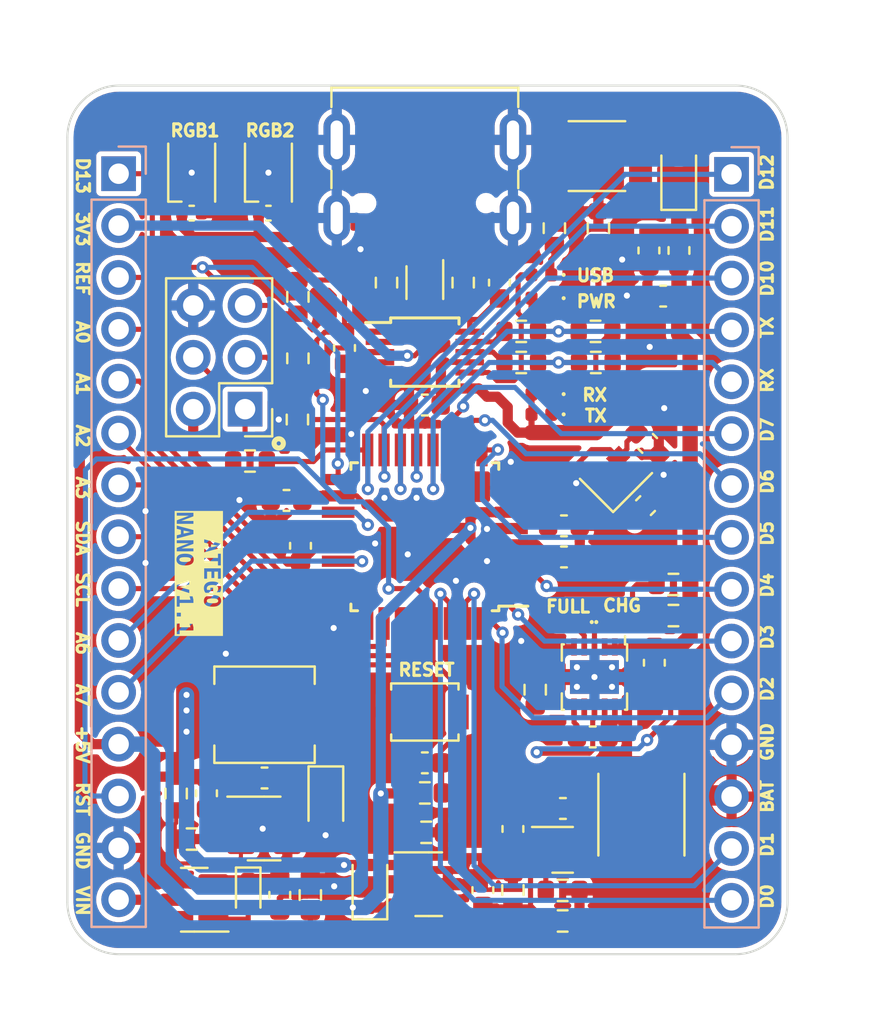
<source format=kicad_pcb>
(kicad_pcb (version 20221018) (generator pcbnew)
  (layers (0 "F.Cu" signal) (31 "B.Cu" signal) (34 "B.Paste" user) (35 "F.Paste" user) (36 "B.SilkS" user "B.Silkscreen") (37 "F.SilkS" user "F.Silkscreen") (38 "B.Mask" user) (39 "F.Mask" user) (44 "Edge.Cuts" user))
  (net 0 "")
  (net 1 "Net-(D101-K)")
  (net 2 "GND")
  (net 3 "/ATEGO_NANO_POWER/5V_BOOST")
  (net 4 "Net-(U301-FB)")
  (net 5 "/VUSB")
  (net 6 "+3V3")
  (net 7 "+BATT")
  (net 8 "Net-(U401-BS)")
  (net 9 "/ATEGO_NANO_POWER/VIN")
  (net 10 "/ATEGO_NANO_POWER/5V_BUCK")
  (net 11 "Net-(U501-ISET)")
  (net 12 "+5V")
  (net 13 "/MCU_ATMEGA328P-AU/AREF")
  (net 14 "/INTERFACE_USB_CH340E/CH340_RTS")
  (net 15 "/MCU_ATMEGA328P-AU/NRST")
  (net 16 "/MCU_ATMEGA328P-AU/X1")
  (net 17 "/MCU_ATMEGA328P-AU/X2")
  (net 18 "Net-(D101-A)")
  (net 19 "Net-(D501-A)")
  (net 20 "Net-(D201-K)")
  (net 21 "Net-(D501-K)")
  (net 22 "/MCU_ATMEGA328P-AU/D13")
  (net 23 "Net-(D502-K)")
  (net 24 "Net-(D502-A)")
  (net 25 "Net-(D701-K)")
  (net 26 "VBUS")
  (net 27 "Net-(J101-CC1)")
  (net 28 "Net-(J101-D+-PadA6)")
  (net 29 "Net-(J101-D--PadA7)")
  (net 31 "Net-(J101-CC2)")
  (net 33 "/MCU_ATMEGA328P-AU/A0")
  (net 34 "/MCU_ATMEGA328P-AU/A1")
  (net 35 "/MCU_ATMEGA328P-AU/A2")
  (net 36 "/MCU_ATMEGA328P-AU/A3")
  (net 37 "/MCU_ATMEGA328P-AU/SDA")
  (net 38 "/MCU_ATMEGA328P-AU/SCL")
  (net 39 "/MCU_ATMEGA328P-AU/A6")
  (net 40 "/MCU_ATMEGA328P-AU/A7")
  (net 41 "/MCU_ATMEGA328P-AU/D12")
  (net 42 "/MCU_ATMEGA328P-AU/D11")
  (net 43 "/MCU_ATMEGA328P-AU/D10")
  (net 44 "/MCU_ATMEGA328P-AU/ATMEGA_TX")
  (net 45 "/MCU_ATMEGA328P-AU/ATMEGA_RX")
  (net 46 "/MCU_ATMEGA328P-AU/D7")
  (net 47 "/MCU_ATMEGA328P-AU/D6")
  (net 48 "/MCU_ATMEGA328P-AU/D5")
  (net 49 "/MCU_ATMEGA328P-AU/D4")
  (net 50 "/MCU_ATMEGA328P-AU/D3")
  (net 51 "/MCU_ATMEGA328P-AU/D2")
  (net 52 "/MCU_ATMEGA328P-AU/D1")
  (net 53 "/MCU_ATMEGA328P-AU/D0")
  (net 54 "/MCU_ATMEGA328P-AU/MISO")
  (net 55 "/MCU_ATMEGA328P-AU/SCK")
  (net 56 "/MCU_ATMEGA328P-AU/MOSI")
  (net 57 "/MCU_ATMEGA328P-AU/RESET")
  (net 58 "/ATEGO_NANO_POWER/REGULATOR_SWITCHING_TPS61252/SW")
  (net 59 "Net-(U301-ILIM)")
  (net 60 "VIN_12V")
  (net 61 "/ATEGO_NANO_POWER/REGULATOR_SWITCHING_AP3221/FB")
  (net 63 "/INTERFACE_USB_CH340E/CH340_D+")
  (net 64 "/INTERFACE_USB_CH340E/CH340_D-")
  (net 65 "/ATEGO_NANO_POWER/REGULATOR_SWITCHING_AP3221/SW_5V")
  (net 67 "/INTERFACE_USB_CH340E/TXD")
  (net 68 "/INTERFACE_USB_CH340E/RXD")
  (net 69 "Net-(D601-DOUT)")
  (net 71 "Net-(D203-A)")
  (net 72 "Net-(D701-A)")
  (net 73 "Net-(D702-K)")
  (net 74 "Net-(D703-K)")
  (footprint "Package_SON:VSON-10-1EP_3x3mm_P0.5mm_EP1.65x2.4mm_ThermalVias" (layer "F.Cu") (at 158.7888 98.5518 -90)
    (fp_text reference "U501" hide)
    (fp_text value "BQ24012")
  )
  (footprint "Resistor_SMD:R_0603_1608Metric" (layer "F.Cu") (at 144.2506 82.942 90)
    (fp_text reference "R603" hide)
    (fp_text value "1K 0.1%")
  )
  (footprint "Capacitor_SMD:C_0603_1608Metric" (layer "F.Cu") (at 157.243 104.9892 180)
    (fp_text reference "C302" hide)
    (fp_text value "10u 20% 25V")
  )
  (footprint "Resistor_SMD:R_0603_1608Metric" (layer "F.Cu") (at 157.23 109.0024)
    (fp_text reference "R303" hide)
    (fp_text value "10K 0.1%")
  )
  (footprint "Capacitor_SMD:C_0603_1608Metric" (layer "F.Cu") (at 158.7032 101.484 180)
    (fp_text reference "C501" hide)
    (fp_text value "100n 10% 10V")
  )
  (footprint "Resistor_SMD:R_1812_4532Metric" (layer "F.Cu") (at 158.9103 73.036)
    (fp_text reference "F101" hide)
    (fp_text value "500mA")
  )
  (footprint "Capacitor_SMD:C_0603_1608Metric" (layer "F.Cu") (at 154.1312 79.2336 90)
    (fp_text reference "C702" hide)
    (fp_text value "100n 10% 10V")
  )
  (footprint "LED_SMD:LED_WS2812B-2020_PLCC4_2.0x2.0mm" (layer "F.Cu") (at 142.8056 73.847 90)
    (fp_text reference "D602" hide)
    (fp_text value "WS2812B")
  )
  (footprint "LED_SMD:LED_0402_1005Metric" (layer "F.Cu") (at 157.5657 95.8596 180)
    (fp_text reference "D502" hide)
    (fp_text value "LED_G")
  )
  (footprint "LED_SMD:LED_0402_1005Metric" (layer "F.Cu") (at 156.1886 79.9956 180)
    (fp_text reference "D201" hide)
    (fp_text value "LED_PWR")
  )
  (footprint "Package_TO_SOT_SMD:SOT-23" (layer "F.Cu") (at 139.1706 109.4596 180)
    (fp_text reference "Q202" hide)
    (fp_text value "AO3401A")
  )
  (footprint "Resistor_SMD:R_0603_1608Metric" (layer "F.Cu") (at 144.2252 85.9392 90)
    (fp_text reference "R602" hide)
    (fp_text value "1K 0.1%")
  )
  (footprint "Resistor_SMD:R_0603_1608Metric" (layer "F.Cu") (at 141.9016 87.9712)
    (fp_text reference "R605" hide)
    (fp_text value "1K 0.1%")
  )
  (footprint "Package_QFP:TQFP-32_7x7mm_P0.8mm" (layer "F.Cu") (at 150.4736 91.6796 180)
    (fp_text reference "U601" hide)
    (fp_text value "ATmega328P-A")
  )
  (footprint "Diode_SMD:D_SOD-323" (layer "F.Cu") (at 162.9196 74.0606 90)
    (fp_text reference "D101" hide)
    (fp_text value "ES3A-ES3J")
  )
  (footprint "Diode_SMD:D_SOD-323" (layer "F.Cu") (at 145.6222 104.5406 -90)
    (fp_text reference "D401" hide)
    (fp_text value "ES3A-ES3J")
  )
  (footprint "Diode_SMD:D_SOD-523" (layer "F.Cu") (at 141.814 109.1436 -90)
    (fp_text reference "D203" hide)
    (fp_text value "11V")
  )
  (footprint "Capacitor_SMD:C_0603_1608Metric" (layer "F.Cu") (at 154.7916 105.9922 90)
    (fp_text reference "C303" hide)
    (fp_text value "22u 20% 10V")
  )
  (footprint "Resistor_SMD:R_0603_1608Metric" (layer "F.Cu") (at 144.2506 79.9326 -90)
    (fp_text reference "R604" hide)
    (fp_text value "1K 0.1%")
  )
  (footprint "Capacitor_SMD:C_0603_1608Metric" (layer "F.Cu") (at 157.2938 91.1462)
    (fp_text reference "C603" hide)
    (fp_text value "100n 10% 10V")
  )
  (footprint "Package_TO_SOT_SMD:SOT-23" (layer "F.Cu") (at 150.6646 108.6976)
    (fp_text reference "Q201" hide)
    (fp_text value "AO3401A")
  )
  (footprint "Resistor_SMD:R_0603_1608Metric" (layer "F.Cu") (at 148.594 79.2336 -90)
    (fp_text reference "R102" hide)
    (fp_text value "5K1 5%")
  )
  (footprint "Inductor_SMD:L_Sunlord_MWSA0402S" (layer "F.Cu") (at 142.614 100.3968 180)
    (fp_text reference "L401" hide)
    (fp_text value "4u7")
  )
  (footprint "Capacitor_SMD:C_0603_1608Metric" (layer "F.Cu") (at 150.4736 85.228 180)
    (fp_text reference "C701" hide)
    (fp_text value "100n 10% 10V")
  )
  (footprint "Capacitor_SMD:C_0603_1608Metric" (layer "F.Cu") (at 143.6918 89.9016 180)
    (fp_text reference "C601" hide)
    (fp_text value "100n 10% 10V")
  )
  (footprint "Resistor_SMD:R_0603_1608Metric" (layer "F.Cu") (at 139.0396 106.4878)
    (fp_text reference "R402" hide)
    (fp_text value "33K")
  )
  (footprint "Resistor_SMD:R_0603_1608Metric" (layer "F.Cu") (at 154.7916 108.9876 -90)
    (fp_text reference "R301" hide)
    (fp_text value "768K")
  )
  (footprint "LED_SMD:LED_0402_1005Metric" (layer "F.Cu") (at 156.1886 84.6946 180)
    (fp_text reference "D702" hide)
    (fp_text value "LED_TX")
  )
  (footprint "Package_SON:WSON-8-1EP_2x2mm_P0.5mm_EP0.9x1.6mm" (layer "F.Cu") (at 157.23 107.0148)
    (fp_text reference "U301" hide)
    (fp_text value "TPS61252DSG")
  )
  (footprint "Connector_PinHeader_2.54mm:PinHeader_2x03_P2.54mm_Vertical" (layer "F.Cu") (at 141.6598 85.4312 180)
    (fp_text reference "J603" hide)
    (fp_text value "Conn_ICSP")
  )
  (footprint "Package_TO_SOT_SMD:SOT-666" (layer "F.Cu") (at 150.4736 79.2336 -90)
    (fp_text reference "U101" hide)
    (fp_text value "USBLC6-2P6")
  )
  (footprint "Capacitor_SMD:C_0402_1005Metric" (layer "F.Cu") (at 142.8056 75.8306)
    (fp_text reference "C609" hide)
    (fp_text value "100n 10V 5%")
  )
  (footprint "Crystal:Crystal_SMD_2016-4Pin_2.0x1.6mm" (layer "F.Cu") (at 159.843966 88.7014 45)
    (fp_text reference "Y601" hide)
    (fp_text value "16MHz")
  )
  (footprint "Resistor_SMD:R_0603_1608Metric" (layer "F.Cu") (at 155.8838 99.1718 90)
    (fp_text reference "R503" hide)
    (fp_text value "1K 0.1%")
  )
  (footprint "LED_SMD:LED_0402_1005Metric" (layer "F.Cu") (at 156.1886 78.8526 180)
    (fp_text reference "D701" hide)
    (fp_text value "LED_USB_ACT")
  )
  (footprint "Resistor_SMD:R_0603_1608Metric" (layer "F.Cu") (at 158.9826 76.5666 90)
    (fp_text reference "R201" hide)
    (fp_text value "1K 0.1%")
  )
  (footprint "Resistor_SMD:R_0603_1608Metric" (layer "F.Cu") (at 138.2816 104.2576 -90)
    (fp_text reference "R401" hide)
    (fp_text value "180K 0.1%")
  )
  (footprint "Resistor_SMD:R_0603_1608Metric" (layer "F.Cu") (at 144.8602 109.231 90)
    (fp_text reference "R203" hide)
    (fp_text value "10K 0.1%")
  )
  (footprint "Resistor_SMD:R_0603_1608Metric" (layer "F.Cu") (at 150.4736 104.2272)
    (fp_text reference "R601" hide)
    (fp_text value "10K 0.1%")
  )
  (footprint "Resistor_SMD:R_0603_1608Metric" (layer "F.Cu") (at 158.8424 81.6212 180)
    (fp_text reference "R702" hide)
    (fp_text value "470R 5%")
  )
  (footprint "Resistor_SMD:R_0603_1608Metric" (layer "F.Cu") (at 162.6616 95.5416 180)
    (fp_text reference "R502" hide)
    (fp_text value "1K 0.1%")
  )
  (footprint "Package_SO:MSOP-10_3x3mm_P0.5mm" (layer "F.Cu") (at 150.4736 82.6372)
    (fp_text reference "U701" hide)
    (fp_text value "CH340E")
  )
  (footprint "Diode_SMD:D_SOD-323" (layer "F.Cu") (at 147.7812 108.8078 90)
    (fp_text reference "D202" hide)
    (fp_text value "ES3A-ES3J")
  )
  (footprint "LED_SMD:LED_0402_1005Metric" (layer "F.Cu") (at 159.9692 95.8596)
    (fp_text reference "D501" hide)
    (fp_text value "LED_R")
  )
  (footprint "Resistor_SMD:R_0603_1608Metric" (layer "F.Cu") (at 156.8236 76.5666 90)
    (fp_text reference "R701" hide)
    (fp_text value "1K 0.1%")
  )
  (footprint "Capacitor_SMD:C_0603_1608Metric" (layer "F.Cu") (at 161.294 90.1556 45)
    (fp_text reference "C607" hide)
    (fp_text value "22p 1% 50V")
  )
  (footprint "Resistor_SMD:R_0603_1608Metric" (layer "F.Cu") (at 157.23 110.4994)
    (fp_text reference "R302" hide)
    (fp_text value "243K")
  )
  (footprint "Resistor_SMD:R_0603_1608Metric" (layer "F.Cu") (at 152.3532 79.2336 -90)
    (fp_text reference "R101" hide)
    (fp_text value "5K1 5%")
  )
  (footprint "Capacitor_SMD:C_0603_1608Metric" (layer "F.Cu") (at 150.4736 102.754 180)
    (fp_text reference "C606" hide)
    (fp_text value "1u 10% 10V")
  )
  (footprint "Capacitor_SMD:C_0603_1608Metric" (layer "F.Cu") (at 143.3616 109.2186 -90)
    (fp_text reference "C402" hide)
    (fp_text value "10u 20% 25V")
  )
  (footprint "Capacitor_SMD:C_0603_1608Metric" (layer "F.Cu") (at 161.3956 87.1076 -45)
    (fp_text reference "C608" hide)
    (fp_text value "22p 1% 50V")
  )
  (footprint "Package_TO_SOT_SMD:SOT-23-6" (layer "F.Cu") (at 142.5941 105.9696)
    (fp_text reference "U401" hide)
    (fp_text value "AP3211K")
  )
  (footprint "Button_Switch_SMD:SW_SPST_B3U-1000P" (layer "F.Cu") (at 150.4736 100.2648)
    (fp_text reference "SW601" hide)
    (fp_text value "SW_RST")
  )
  (footprint "Inductor_SMD:L_Vishay_IFSC-1515AH_4x4x1.8mm" (layer "F.Cu") (at 161.0908 105.2922 -90)
    (fp_text reference "L301" hide)
    (fp_text value "1u")
  )
  (footprint "Capacitor_SMD:C_0603_1608Metric" (layer "F.Cu") (at 142.614 103.4956)
    (fp_text reference "C401" hide)
    (fp_text value "10n 10% 10V")
  )
  (footprint "Capacitor_SMD:C_0603_1608Metric" (layer "F.Cu") (at 162.1576 79.894 180)
    (fp_text reference "C102" hide)
    (fp_text value "1u 10% 10V")
  )
  (footprint "Capacitor_SMD:C_0603_1608Metric" (layer "F.Cu") (at 157.2938 92.6702)
    (fp_text reference "C602" hide)
    (fp_text value "1u 10% 10V")
  )
  (footprint "Capacitor_SMD:C_0603_1608Metric" (layer "F.Cu") (at 144.3776 92.1244 -90)
    (fp_text reference "C604" hide)
    (fp_text value "100n 10% 10V")
  )
  (footprint "Resistor_SMD:R_0603_1608Metric" (layer "F.Cu") (at 162.6616 94.0176 180)
    (fp_text reference "R501" hide)
    (fp_text value "1K 0.1%")
  )
  (footprint "Inductor_SMD:L_0603_1608Metric" (layer "F.Cu") (at 162.9326 77.6588 -90)
    (fp_text reference "FB101" hide)
    (fp_text value "220R@100MHz 1.5A")
  )
  (footprint "LED_SMD:LED_WS2812B-2020_PLCC4_2.0x2.0mm" (layer "F.Cu") (at 139.0436 73.847 90)
    (fp_text reference "D601" hide)
    (fp_text value "WS2812B")
  )
  (footprint "Capacitor_SMD:C_0603_1608Metric" (layer "F.Cu") (at 161.7258 97.8518 -90)
    (fp_text reference "C502" hide)
    (fp_text value "470n 10% 16V")
  )
  (footprint "Capacitor_SMD:C_0603_1608Metric" (layer "F.Cu") (at 146.5366 82.434 90)
    (fp_text reference "C605" hide)
    (fp_text value "1u 10% 10V")
  )
  (footprint "Resistor_SMD:R_0603_1608Metric" (layer "F.Cu") (at 155.198 81.6212 180)
    (fp_text reference "R704" hide)
    (fp_text value "1K 0.1%")
  )
  (footprint "Connector_USB:USB_C_Receptacle_JAE_DX07S016JA1R1500" (layer "F.Cu") (at 150.4736 73.3916 180)
    (fp_text reference "J101" hide)
    (fp_text value "USB_C_Receptacle_USB2.0")
  )
  (footprint "Resistor_SMD:R_0603_1608Metric" (layer "F.Cu") (at 150.5376 106.1576)
    (fp_text reference "R202" hide)
    (fp_text value "10K 0.1%")
  )
  (footprint "Capacitor_SMD:C_0603_1608Metric" (layer "F.Cu") (at 161.4594 77.6588 -90)
    (fp_text reference "C101" hide)
    (fp_text value "1u 10% 10V")
  )
  (footprint "Capacitor_SMD:C_0603_1608Metric" (layer "F.Cu") (at 139.7692 104.2446 -90)
    (fp_text reference "C403" hide)
    (fp_text value "22u 20% 10V")
  )
  (footprint "Capacitor_SMD:C_0603_1608Metric" (layer "F.Cu") (at 153.3184 108.9876 -90)
    (fp_text reference "C301" hide)
    (fp_text value "100p 1% 50V")
  )
  (footprint "LED_SMD:LED_0402_1005Metric" (layer "F.Cu") (at 156.1886 85.6852 180)
    (fp_text reference "D703" hide)
    (fp_text value "LED_RX")
  )
  (footprint "Resistor_SMD:R_0603_1608Metric" (layer "F.Cu") (at 155.198 83.1452 180)
    (fp_text reference "R705" hide)
    (fp_text value "1K 0.1%")
  )
  (footprint "Resistor_SMD:R_0603_1608Metric" (layer "F.Cu") (at 158.8556 83.1452 180)
    (fp_text reference "R703" hide)
    (fp_text value "470R 5%")
  )
  (footprint "Capacitor_SMD:C_0402_1005Metric" (layer "F.Cu") (at 139.0436 75.8306)
    (fp_text reference "C610" hide)
    (fp_text value "100n 10V 5%")
  )
  (footprint "Connector_PinHeader_2.54mm:PinHeader_1x15_P2.54mm_Vertical" (layer "B.Cu") (at 165.51 73.9296 180)
    (fp_text reference "J602" hide)
    (fp_text value "Conn_R")
  )
  (footprint "Connector_PinHeader_2.54mm:PinHeader_1x15_P2.54mm_Vertical" (layer "B.Cu") (at 135.4622 73.8996 180)
    (fp_text reference "J601" hide)
    (fp_text value "Conn_L")
  )
  (gr_circle (center 143.3108 87.1076) (end 143.4124 87.1076) (stroke (width 0.25)) (fill none) (layer "F.SilkS"))
  (gr_line (start 165.7136 112.1266) (end 135.4876 112.1266) (stroke (width 0.1)) (layer "Edge.Cuts"))
  (gr_arc (start 165.7136 69.5816) (mid 167.509651 70.325549) (end 168.2536 72.1216) (stroke (width 0.1)) (layer "Edge.Cuts"))
  (gr_arc (start 135.4876 112.1266) (mid 133.691549 111.382651) (end 132.9476 109.5866) (stroke (width 0.1)) (layer "Edge.Cuts"))
  (gr_line (start 168.2536 72.1216) (end 168.2536 109.5866) (stroke (width 0.1)) (layer "Edge.Cuts"))
  (gr_arc (start 168.2536 109.5866) (mid 167.509651 111.382651) (end 165.7136 112.1266) (stroke (width 0.1)) (layer "Edge.Cuts"))
  (gr_line (start 132.9476 109.5866) (end 132.9476 72.1216) (stroke (width 0.1)) (layer "Edge.Cuts"))
  (gr_arc (start 132.9476 72.1216) (mid 133.691549 70.325549) (end 135.4876 69.5816) (stroke (width 0.1)) (layer "Edge.Cuts"))
  (gr_line (start 135.4876 69.5816) (end 165.7136 69.5816) (stroke (width 0.1)) (layer "Edge.Cuts"))
  (gr_text "+5V" (at 133.35 100.838 -90) (layer "F.SilkS") (effects (font (size 0.6 0.6) (thickness 0.15) bold) (justify left bottom)))
  (gr_text "VIN" (at 133.354 108.6976 -90) (layer "F.SilkS") (effects (font (size 0.6 0.6) (thickness 0.15) bold) (justify left bottom)))
  (gr_text "A0" (at 133.35 81.026 270) (layer "F.SilkS") (effects (font (size 0.6 0.6) (thickness 0.15) bold) (justify left bottom)))
  (gr_text "PWR" (at 157.8396 80.5036) (layer "F.SilkS") (effects (font (size 0.6 0.6) (thickness 0.15) bold) (justify left bottom)))
  (gr_text "SDA" (at 133.354 90.805 270) (layer "F.SilkS") (effects (font (size 0.6 0.6) (thickness 0.15) bold) (justify left bottom)))
  (gr_text "TX" (at 158.242 86.106) (layer "F.SilkS") (effects (font (size 0.6 0.6) (thickness 0.15) bold) (justify left bottom)))
  (gr_text "TX" (at 167.5932 82.042 90) (layer "F.SilkS") (effects (font (size 0.6 0.6) (thickness 0.15) bold) (justify left bottom)))
  (gr_text "D0" (at 167.5932 109.982 90) (layer "F.SilkS") (effects (font (size 0.6 0.6) (thickness 0.15) bold) (justify left bottom)))
  (gr_text "REF" (at 133.354 78.105 -90) (layer "F.SilkS") (effects (font (size 0.6 0.6) (thickness 0.15) bold) (justify left bottom)))
  (gr_text "RESET" (at 149.098 98.552) (layer "F.SilkS") (effects (font (size 0.6 0.6) (thickness 0.15) bold) (justify left bottom)))
  (gr_text "D12" (at 167.5932 74.803 90) (layer "F.SilkS") (effects (font (size 0.6 0.6) (thickness 0.15) bold) (justify left bottom)))
  (gr_text "RGB1" (at 137.922 72.136) (layer "F.SilkS") (effects (font (size 0.6 0.6) (thickness 0.15) bold) (justify left bottom)))
  (gr_text "GND" (at 167.5932 102.743 90) (layer "F.SilkS") (effects (font (size 0.6 0.6) (thickness 0.15) bold) (justify left bottom)))
  (gr_text "D5" (at 167.5932 92.202 90) (layer "F.SilkS") (effects (font (size 0.6 0.6) (thickness 0.15) bold) (justify left bottom)))
  (gr_text "RX" (at 158.115 85.09) (layer "F.SilkS") (effects (font (size 0.6 0.6) (thickness 0.15) bold) (justify left bottom)))
  (gr_text "RGB2" (at 141.605 72.136) (layer "F.SilkS") (effects (font (size 0.6 0.6) (thickness 0.15) bold) (justify left bottom)))
  (gr_text "3V3" (at 133.35 75.692 -90) (layer "F.SilkS") (effects (font (size 0.6 0.6) (thickness 0.15) bold) (justify left bottom)))
  (gr_text "D11" (at 167.5932 77.343 90) (layer "F.SilkS") (effects (font (size 0.6 0.6) (thickness 0.15) bold) (justify left bottom)))
  (gr_text "D1" (at 167.5932 107.442 90) (layer "F.SilkS") (effects (font (size 0.6 0.6) (thickness 0.15) bold) (justify left bottom)))
  (gr_text "D6" (at 167.5932 89.662 90) (layer "F.SilkS") (effects (font (size 0.6 0.6) (thickness 0.15) bold) (justify left bottom)))
  (gr_text "ATEGO\nNANO v1.1" (at 138.176 93.472 270) (layer "F.SilkS" knockout) (effects (font (size 0.8 0.8) (thickness 0.16) bold) (justify bottom)))
  (gr_text "D7" (at 167.5932 87.122 90) (layer "F.SilkS") (effects (font (size 0.6 0.6) (thickness 0.15) bold) (justify left bottom)))
  (gr_text "D10" (at 167.5932 79.9956 90) (layer "F.SilkS") (effects (font (size 0.6 0.6) (thickness 0.15) bold) (justify left bottom)))
  (gr_text "RST" (at 133.354 103.6176 -90) (layer "F.SilkS") (effects (font (size 0.6 0.6) (thickness 0.15) bold) (justify left bottom)))
  (gr_text "D13" (at 133.354 73.025 270) (layer "F.SilkS") (effects (font (size 0.6 0.6) (thickness 0.15) bold) (justify left bottom)))
  (gr_text "A6" (at 133.35 96.266 270) (layer "F.SilkS") (effects (font (size 0.6 0.6) (thickness 0.15) bold) (justify left bottom)))
  (gr_text "D4" (at 167.5932 94.742 90) (layer "F.SilkS") (effects (font (size 0.6 0.6) (thickness 0.15) bold) (justify left bottom)))
  (gr_text "BAT" (at 167.5932 105.283 90) (layer "F.SilkS") (effects (font (size 0.6 0.6) (thickness 0.15) bold) (justify left bottom)))
  (gr_text "FULL" (at 156.337 95.4532) (layer "F.SilkS") (effects (font (size 0.6 0.6) (thickness 0.15) bold) (justify left bottom)))
  (gr_text "A7" (at 133.35 98.806 270) (layer "F.SilkS") (effects (font (size 0.6 0.6) (thickness 0.15) bold) (justify left bottom)))
  (gr_text "SCL" (at 133.354 93.345 270) (layer "F.SilkS") (effects (font (size 0.6 0.6) (thickness 0.15) bold) (justify left bottom)))
  (gr_text "D3" (at 167.5932 97.282 90) (layer "F.SilkS") (effects (font (size 0.6 0.6) (thickness 0.15) bold) (justify left bottom)))
  (gr_text "GND" (at 133.35 106.045 -90) (layer "F.SilkS") (effects (font (size 0.6 0.6) (thickness 0.15) bold) (justify left bottom)))
  (gr_text "USB" (at 157.8396 79.2336) (layer "F.SilkS") (effects (font (size 0.6 0.6) (thickness 0.15) bold) (justify left bottom)))
  (gr_text "A2" (at 133.35 86.106 270) (layer "F.SilkS") (effects (font (size 0.6 0.6) (thickness 0.15) bold) (justify left bottom)))
  (gr_text "A1" (at 133.354 83.566 270) (layer "F.SilkS") (effects (font (size 0.6 0.6) (thickness 0.15) bold) (justify left bottom)))
  (gr_text "RX" (at 167.5932 84.709 90) (layer "F.SilkS") (effects (font (size 0.6 0.6) (thickness 0.15) bold) (justify left bottom)))
  (gr_text "CHG" (at 159.131 95.4024) (layer "F.SilkS") (effects (font (size 0.6 0.6) (thickness 0.15) bold) (justify left bottom)))
  (gr_text "A3" (at 133.35 88.646 270) (layer "F.SilkS") (effects (font (size 0.6 0.6) (thickness 0.15) bold) (justify left bottom)))
  (gr_text "D2" (at 167.5932 99.822 90) (layer "F.SilkS") (effects (font (size 0.6 0.6) (thickness 0.15) bold) (justify left bottom)))
  (segment (start 162.9196 75.8046) (end 162.9196 76.8583) (width 0.75) (layer "F.Cu") (net 1))
  (segment (start 162.9196 76.8583) (end 162.9326 76.8713) (width 0.75) (layer "F.Cu") (net 1))
  (segment (start 162.9196 75.1106) (end 162.9196 75.8046) (width 0.3) (layer "F.Cu") (net 1))
  (segment (start 162.9201 76.8838) (end 162.9326 76.8713) (width 0.75) (layer "F.Cu") (net 1))
  (segment (start 161.4594 76.8838) (end 162.9201 76.8838) (width 0.75) (layer "F.Cu") (net 1))
  (segment (start 143.3616 109.3834) (end 143.4886 109.2564) (width 0.3) (layer "F.Cu") (net 2))
  (segment (start 140.3828 105.9696) (end 139.8646 106.4878) (width 0.5) (layer "F.Cu") (net 2))
  (segment (start 150.4736 78.3086) (end 150.4736 78.897204) (width 0.25) (layer "F.Cu") (net 2))
  (segment (start 147.217617 82.6372) (end 148.2736 82.6372) (width 0.25) (layer "F.Cu") (net 2))
  (segment (start 160.3388 98.3018) (end 160.3388 98.5376) (width 0.5) (layer "F.Cu") (net 2))
  (segment (start 143.2856 75.8306) (end 143.8182 75.8306) (width 0.25) (layer "F.Cu") (net 2))
  (segment (start 145.1974 92.0796) (end 146.2236 92.0796) (width 0.5) (layer "F.Cu") (net 2))
  (segment (start 160.3388 98.5376) (end 160.3388 98.8018) (width 0.5) (layer "F.Cu") (net 2))
  (segment (start 154.7236 92.8796) (end 153.5278 92.8796) (width 0.5) (layer "F.Cu") (net 2))
  (segment (start 146.8922 85.228) (end 145.6222 83.958) (width 0.25) (layer "F.Cu") (net 2))
  (segment (start 141.4668 105.9798) (end 141.4566 105.9696) (width 0.5) (layer "F.Cu") (net 2))
  (segment (start 144.0566 74.113) (end 143.7906 73.847) (width 0.25) (layer "F.Cu") (net 2))
  (segment (start 143.3616 109.9936) (end 143.3616 109.3834) (width 0.3) (layer "F.Cu") (net 2))
  (segment (start 143.7906 73.847) (end 142.8056 73.847) (width 0.25) (layer "F.Cu") (net 2))
  (segment (start 144.3776 92.8994) (end 145.1974 92.0796) (width 0.5) (layer "F.Cu") (net 2))
  (segment (start 141.4566 105.9696) (end 140.3828 105.9696) (width 0.5) (layer "F.Cu") (net 2))
  (segment (start 157.23 106.6898) (end 157.23 107.0148) (width 0.25) (layer "F.Cu") (net 2))
  (segment (start 145.6222 82.7642) (end 145.9524 82.434) (width 0.25) (layer "F.Cu") (net 2))
  (segment (start 153.5406 91.2796) (end 153.5216 91.2986) (width 0.5) (layer "F.Cu") (net 2))
  (segment (start 153.5278 92.8796) (end 153.5216 92.8734) (width 0.5) (layer "F.Cu") (net 2))
  (segment (start 156.805 106.2648) (end 157.23 106.6898) (width 0.25) (layer "F.Cu") (net 2))
  (segment (start 148.594 79.4876) (end 148.594 80.0586) (width 0.25) (layer "F.Cu") (net 2))
  (segment (start 143.8182 75.8306) (end 144.0566 75.5922) (width 0.25) (layer "F.Cu") (net 2))
  (segment (start 149.6986 85.228) (end 146.8922 85.228) (width 0.25) (layer "F.Cu") (net 2))
  (segment (start 161.7258 98.6268) (end 160.9514 98.6268) (width 0.5) (layer "F.Cu") (net 2))
  (segment (start 156.28 106.2648) (end 156.805 106.2648) (width 0.25) (layer "F.Cu") (net 2))
  (segment (start 160.8622 98.5376) (end 160.3388 98.5376) (width 0.5) (layer "F.Cu") (net 2))
  (segment (start 154.7236 91.2796) (end 153.5406 91.2796) (width 0.5) (layer "F.Cu") (net 2))
  (segment (start 144.8602 109.104) (end 144.8602 108.406) (width 0.3) (layer "F.Cu") (net 2))
  (segment (start 150.111804 79.259) (end 148.8226 79.259) (width 0.25) (layer "F.Cu") (net 2))
  (segment (start 152.3532 80.0586) (end 152.723396 80.0586) (width 0.25) (layer "F.Cu") (net 2))
  (segment (start 160.9514 98.6268) (end 160.8622 98.5376) (width 0.5) (layer "F.Cu") (net 2))
  (segment (start 143.4886 109.2564) (end 144.7078 109.2564) (width 0.3) (layer "F.Cu") (net 2))
  (segment (start 145.6222 83.958) (end 145.6222 82.7642) (width 0.25) (layer "F.Cu") (net 2))
  (segment (start 145.9524 82.434) (end 147.014417 82.434) (width 0.25) (layer "F.Cu") (net 2))
  (segment (start 152.723396 80.0586) (end 154.1312 78.650796) (width 0.25) (layer "F.Cu") (net 2))
  (segment (start 154.1312 78.650796) (end 154.1312 78.4586) (width 0.25) (layer "F.Cu") (net 2))
  (segment (start 150.4736 78.897204) (end 150.111804 79.259) (width 0.25) (layer "F.Cu") (net 2))
  (segment (start 147.014417 82.434) (end 147.217617 82.6372) (width 0.25) (layer "F.Cu") (net 2))
  (segment (start 144.7078 109.2564) (end 144.8602 109.104) (width 0.3) (layer "F.Cu") (net 2))
  (segment (start 142.5234 105.9798) (end 141.4668 105.9798) (width 0.5) (layer "F.Cu") (net 2))
  (segment (start 144.0566 75.5922) (end 144.0566 74.113) (width 0.25) (layer "F.Cu") (net 2))
  (segment (start 148.8226 79.259) (end 148.594 79.4876) (width 0.25) (layer "F.Cu") (net 2))
  (via (at 148.4924 89.7746) (size 0.6) (drill 0.3) (layers "F.Cu" "B.Cu") (net 2))
  (via (at 136.779 90.424) (size 0.6) (drill 0.3) (layers "F.Cu" "B.Cu") (net 2))
  (via (at 153.5216 91.2986) (size 0.6) (drill 0.3) (layers "F.Cu" "B.Cu") (net 2))
  (via (at 162.179 88.646) (size 0.6) (drill 0.3) (layers "F.Cu" "B.Cu") (net 2))
  (via (at 146.0032 96.15) (size 0.6) (drill 0.3) (layers "F.Cu" "B.Cu") (net 2))
  (via (at 160.147 78.105) (size 0.6) (drill 0.3) (layers "F.Cu" "B.Cu") (net 2))
  (via (at 148.0352 92.0098) (size 0.6) (drill 0.3) (layers "F.Cu" "B.Cu") (net 2))
  (via (at 147.32 77.597) (size 0.6) (drill 0.3) (layers "F.Cu" "B.Cu") (net 2))
  (via (at 157.892877 89.0551) (size 0.6) (drill 0.3) (layers "F.Cu" "B.Cu") (net 2))
  (via (at 145.6078 106.299) (size 0.6) (drill 0.3) (layers "F.Cu" "B.Cu") (net 2))
  (via (at 143.3108 85.9392) (size 0.6) (drill 0.3) (layers "F.Cu" "B.Cu") (net 2))
  (via (at 141.384085 89.882915) (size 0.6) (drill 0.3) (layers "F.Cu" "B.Cu") (net 2))
  (via (at 139.0436 73.847) (size 0.6) (drill 0.3) (layers "F.Cu" "B.Cu") (net 2))
  (via (at 161.4972 82.3832) (size 0.6) (drill 0.3) (layers "F.Cu" "B.Cu") (net 2))
  (via (at 136.779 92.964) (size 0.6) (drill 0.3) (layers "F.Cu" "B.Cu") (net 2))
  (via (at 147.578 84.5422) (size 0.6) (drill 0.3) (layers "F.Cu" "B.Cu") (net 2))
  (via (at 160.3796 79.8686) (size 0.6) (drill 0.3) (layers "F.Cu" "B.Cu") (net 2))
  (via (at 140.716 97.409) (size 0.6) (drill 0.3) (layers "F.Cu" "B.Cu") (net 2))
  (via (at 142.5234 105.9798) (size 0.6) (drill 0.3) (layers "F.Cu" "B.Cu") (net 2))
  (via (at 153.5216 92.8734) (size 0.6) (drill 0.3) (layers "F.Cu" "B.Cu") (net 2))
  (via (at 162.2084 85.3804) (size 0.6) (drill 0.3) (layers "F.Cu" "B.Cu") (net 2))
  (via (at 142.8056 73.847) (size 0.6) (drill 0.3) (layers "F.Cu" "B.Cu") (net 2))
  (via (at 151.9976 93.8386) (size 0.6) (drill 0.3) (layers "F.Cu" "B.Cu") (net 2))
  (via (at 154.686 88.011) (size 0.6) (drill 0.3) (layers "F.Cu" "B.Cu") (net 2))
  (via (at 146.8668 86.6504) (size 0.6) (drill 0.3) (layers "F.Cu" "B.Cu") (net 2))
  (via (at 155.198 96.785) (size 0.6) (drill 0.3) (layers "F.Cu" "B.Cu") (net 2))
  (via (at 149.6354 92.5432) (size 0.6) (drill 0.3) (layers "F.Cu" "B.Cu") (net 2))
  (via (at 146.0286 108.7992) (size 0.6) (drill 0.3) (layers "F.Cu" "B.Cu") (net 2))
  (via (at 150.0672 89.7746) (size 0.6) (drill 0.3) (layers "F.Cu" "B.Cu") (net 2))
  (segment (start 151.6021 108.6976) (end 152.5056 108.6976) (width 0.5) (layer "F.Cu") (net 3))
  (segment (start 152.9906 108.2126) (end 153.3184 108.2126) (width 0.5) (layer "F.Cu") (net 3))
  (segment (start 153.3184 108.2126) (end 154.7416 108.2126) (width 0.5) (layer "F.Cu") (net 3))
  (segment (start 154.7916 106.7672) (end 154.7916 108.1626) (width 0.5) (layer "F.Cu") (net 3))
  (segment (start 154.7416 108.2126) (end 154.7916 108.1626) (width 0.75) (layer "F.Cu") (net 3))
  (segment (start 152.5056 108.6976) (end 152.9906 108.2126) (width 0.5) (layer "F.Cu") (net 3))
  (segment (start 155.6552 107.4784) (end 155.6552 109.8152) (width 0.25) (layer "F.Cu") (net 4))
  (segment (start 154.0524 109.8126) (end 154.7916 109.8126) (width 0.25) (layer "F.Cu") (net 4))
  (segment (start 154.0024 109.7626) (end 154.0524 109.8126) (width 0.25) (layer "F.Cu") (net 4))
  (segment (start 156.28 107.2648) (end 155.8688 107.2648) (width 0.25) (layer "F.Cu") (net 4))
  (segment (start 156.405 110.4994) (end 155.7208 109.8152) (width 0.25) (layer "F.Cu") (net 4))
  (segment (start 155.7208 109.8152) (end 155.6552 109.8152) (width 0.25) (layer "F.Cu") (net 4))
  (segment (start 155.8688 107.2648) (end 155.6552 107.4784) (width 0.25) (layer "F.Cu") (net 4))
  (segment (start 155.6526 109.8126) (end 154.7916 109.8126) (width 0.25) (layer "F.Cu") (net 4))
  (segment (start 153.3184 109.7626) (end 154.0024 109.7626) (width 0.25) (layer "F.Cu") (net 4))
  (segment (start 155.6552 109.8152) (end 155.6526 109.8126) (width 0.25) (layer "F.Cu") (net 4))
  (segment (start 151.4722 83.1372) (end 151.261 83.3484) (width 0.5) (layer "F.Cu") (net 5))
  (segment (start 158.7032 100.64645) (end 158.7888 100.56085) (width 0.25) (layer "F.Cu") (net 5))
  (segment (start 158.7888 100.56085) (end 158.7888 100.0268) (width 0.25) (layer "F.Cu") (net 5))
  (segment (start 152.6736 83.1372) (end 151.4722 83.1372) (width 0.25) (layer "F.Cu") (net 5))
  (segment (start 162.5258 100.4808) (end 162.5258 97.8768) (width 0.25) (layer "F.Cu") (net 5))
  (segment (start 162.9684 97.0768) (end 163.4784 96.5668) (width 0.75) (layer "F.Cu") (net 5))
  (segment (start 163.4784 84.0088) (end 163.4784 82.3324) (width 0.75) (layer "F.Cu") (net 5))
  (segment (start 162.9196 80.7576) (end 162.9196 80.0464) (width 0.75) (layer "F.Cu") (net 5))
  (segment (start 155.7036 85.6852) (end 155.7036 86.5572) (width 0.3) (layer "F.Cu") (net 5))
  (segment (start 155.6806 86.5802) (end 155.0262 86.5802) (width 0.5) (layer "F.Cu") (net 5))
  (segment (start 154.0296 84.8216) (end 153.5216 84.8216) (width 0.5) (layer "F.Cu") (net 5))
  (segment (start 153.117703 84.417703) (end 152.058897 84.417703) (width 0.5) (layer "F.Cu") (net 5))
  (segment (start 155.7036 79.9956) (end 155.7036 80.5266) (width 0.3) (layer "F.Cu") (net 5))
  (segment (start 161.4337 84.0088) (end 158.8623 86.5802) (width 0.75) (layer "F.Cu") (net 5))
  (segment (start 155.7036 80.5266) (end 155.9346 80.7576) (width 0.3) (layer "F.Cu") (net 5))
  (segment (start 163.4784 96.5668) (end 163.4784 84.0088) (width 0.75) (layer "F.Cu") (net 5))
  (segment (start 151.261 85.2156) (end 151.2486 85.228) (width 0.5) (layer "F.Cu") (net 5))
  (segment (start 155.0262 86.5802) (end 154.5376 86.0916) (width 0.5) (layer "F.Cu") (net 5))
  (segment (start 153.5216 84.8216) (end 153.117703 84.417703) (width 0.5) (layer "F.Cu") (net 5))
  (segment (start 156.005 102.284) (end 158.5382 102.284) (width 0.25) (layer "F.Cu") (net 5))
  (segment (start 161.7134 97.0644) (end 161.7258 97.0768) (width 0.75) (layer "F.Cu") (net 5))
  (segment (start 154.5376 85.3296) (end 154.0296 84.8216) (width 0.5) (layer "F.Cu") (net 5))
  (segment (start 158.8623 86.5802) (end 155.6806 86.5802) (width 0.75) (layer "F.Cu") (net 5))
  (segment (start 163.4784 82.3324) (end 162.9196 81.7736) (width 0.75) (layer "F.Cu") (net 5))
  (segment (start 161.7258 97.0768) (end 162.9684 97.0768) (width 0.75) (layer "F.Cu") (net 5))
  (segment (start 158.5382 102.284) (end 158.7032 102.119) (width 0.25) (layer "F.Cu") (net 5))
  (segment (start 152.058897 84.417703) (end 151.2486 85.228) (width 0.5) (layer "F.Cu") (net 5))
  (segment (start 151.261 83.3484) (end 151.261 84.3136) (width 0.5) (layer "F.Cu") (net 5))
  (segment (start 162.9196 81.7736) (end 162.9196 80.7576) (width 0.75) (layer "F.Cu") (net 5))
  (segment (start 161.3702 101.6364) (end 162.5258 100.4808) (width 0.25) (layer "F.Cu") (net 5))
  (segment (start 154.5376 86.0916) (end 154.5376 85.3296) (width 0.5) (layer "F.Cu") (net 5))
  (segment (start 162.9326 79.894) (end 162.9326 78.4463) (width 0.75) (layer "F.Cu") (net 5))
  (segment (start 155.9346 80.7576) (end 162.9196 80.7576) (width 0.3) (layer "F.Cu") (net 5))
  (segment (start 158.7032 102.119) (end 158.7032 100.64645) (width 0.25) (layer "F.Cu") (net 5))
  (segment (start 162.5258 97.8768) (end 161.7258 97.0768) (width 0.25) (layer "F.Cu") (net 5))
  (segment (start 160.3034 97.0644) (end 161.7134 97.0644) (width 0.75) (layer "F.Cu") (net 5))
  (segment (start 155.7036 84.6946) (end 155.7036 85.6852) (width 0.3) (layer "F.Cu") (net 5))
  (segment (start 159.2888 97.0768) (end 159.7888 97.0768) (width 0.25) (layer "F.Cu") (net 5))
  (segment (start 151.261 84.3136) (end 151.261 85.2156) (width 0.5) (layer "F.Cu") (net 5))
  (segment (start 155.7036 86.5572) (end 155.6806 86.5802) (width 0.25) (layer "F.Cu") (net 5))
  (segment (start 155.956 102.235) (end 156.005 102.284) (width 0.25) (layer "F.Cu") (net 5))
  (segment (start 160.291 97.0768) (end 160.3034 97.0644) (width 0.25) (layer "F.Cu") (net 5))
  (segment (start 159.7888 97.0768) (end 160.291 97.0768) (width 0.25) (layer "F.Cu") (net 5))
  (segment (start 163.4784 84.0088) (end 161.4337 84.0088) (width 0.75) (layer "F.Cu") (net 5))
  (via (at 161.3702 101.6364) (size 0.6) (drill 0.3) (layers "F.Cu" "B.Cu") (net 5))
  (via (at 155.956 102.235) (size 0.6) (drill 0.3) (layers "F.Cu" "B.Cu") (net 5))
  (segment (start 156.1228 102.0682) (end 160.9384 102.0682) (width 0.25) (layer "B.Cu") (net 5))
  (segment (start 160.9384 102.0682) (end 161.3702 101.6364) (width 0.25) (layer "B.Cu") (net 5))
  (segment (start 155.956 102.235) (end 156.1228 102.0682) (width 0.25) (layer "B.Cu") (net 5))
  (segment (start 152.6736 81.1738) (end 152.8104 81.037) (width 0.25) (layer "F.Cu") (net 6))
  (segment (start 149.966996 82.815) (end 151.144796 81.6372) (width 0.25) (layer "F.Cu") (net 6))
  (segment (start 152.6736 81.6372) (end 152.6736 81.1738) (width 0.25) (layer "F.Cu") (net 6))
  (segment (start 151.144796 81.6372) (end 152.6736 81.6372) (width 0.25) (layer "F.Cu") (net 6))
  (segment (start 153.1152 81.037) (end 154.1312 80.021) (width 0.25) (layer "F.Cu") (net 6))
  (segment (start 154.1312 80.021) (end 154.1312 80.0086) (width 0.25) (layer "F.Cu") (net 6))
  (segment (start 152.8104 81.037) (end 153.1152 81.037) (width 0.25) (layer "F.Cu") (net 6))
  (segment (start 149.61 82.815) (end 149.966996 82.815) (width 0.25) (layer "F.Cu") (net 6))
  (via (at 149.61 82.815) (size 0.6) (drill 0.3) (layers "F.Cu" "B.Cu") (net 6))
  (segment (start 142.3202 76.4396) (end 135.4622 76.4396) (width 0.5) (layer "B.Cu") (net 6))
  (segment (start 149.61 82.815) (end 148.6956 82.815) (width 0.5) (layer "B.Cu") (net 6))
  (segment (start 148.6956 82.815) (end 142.3202 76.4396) (width 0.5) (layer "B.Cu") (net 6))
  (segment (start 159.4782 100.8614) (end 159.5541 100.7855) (width 0.75) (layer "F.Cu") (net 7))
  (segment (start 158.18 107.2648) (end 158.525606 107.2648) (width 0.2) (layer "F.Cu") (net 7))
  (segment (start 159.2888 100.5202) (end 159.2888 100.0268) (width 0.25) (layer "F.Cu") (net 7))
  (segment (start 159.7888 100.0268) (end 159.7888 100.5508) (width 0.25) (layer "F.Cu") (net 7))
  (segment (start 158.525606 107.2648) (end 159.018606 107.7578) (width 0.2) (layer "F.Cu") (net 7))
  (segment (start 163.5038 103.8172) (end 161.0908 103.8172) (width 1) (layer "F.Cu") (net 7))
  (segment (start 164.0372 107.0974) (end 164.0372 104.3506) (width 0.2) (layer "F.Cu") (net 7))
  (segment (start 159.7888 100.5508) (end 159.5541 100.7855) (width 0.25) (layer "F.Cu") (net 7))
  (segment (start 163.5038 103.8172) (end 164.0372 104.3506) (width 1) (layer "F.Cu") (net 7))
  (segment (start 159.4782 101.484) (end 159.4782 100.8614) (width 0.75) (layer "F.Cu") (net 7))
  (segment (start 164.0372 104.3506) (end 165.451 104.3506) (width 1) (layer "F.Cu") (net 7))
  (segment (start 165.451 104.3506) (end 165.51 104.4096) (width 1) (layer "F.Cu") (net 7))
  (segment (start 159.018606 107.7578) (end 163.3768 107.7578) (width 0.2) (layer "F.Cu") (net 7))
  (segment (start 163.3768 107.7578) (end 164.0372 107.0974) (width 0.2) (layer "F.Cu") (net 7))
  (segment (start 141.839 104.2258) (end 141.839 103.4956) (width 0.5) (layer "F.Cu") (net 8))
  (segment (start 141.4566 104.6082) (end 141.839 104.2258) (width 0.5) (layer "F.Cu") (net 8))
  (segment (start 141.4566 105.0196) (end 141.4566 104.6082) (width 0.5) (layer "F.Cu") (net 8))
  (segment (start 141.748 108.5096) (end 141.814 108.4436) (width 0.5) (layer "F.Cu") (net 9))
  (segment (start 143.7316 105.9696) (end 143.7316 107.4132) (width 0.5) (layer "F.Cu") (net 9))
  (segment (start 143.7316 107.4132) (end 143.3616 107.7832) (width 0.5) (layer "F.Cu") (net 9))
  (segment (start 140.1081 108.5096) (end 141.748 108.5096) (width 0.5) (layer "F.Cu") (net 9))
  (segment (start 143.3616 107.7832) (end 143.3616 108.4436) (width 0.5) (layer "F.Cu") (net 9))
  (segment (start 141.814 108.4436) (end 143.3616 108.4436) (width 0.5) (layer "F.Cu") (net 9))
  (segment (start 149.7271 106.1721) (end 149.7126 106.1576) (width 0.5) (layer "F.Cu") (net 10))
  (segment (start 149.7271 107.7476) (end 149.7271 106.1721) (width 0.5) (layer "F.Cu") (net 10))
  (segment (start 146.5112 107.7578) (end 149.7169 107.7578) (width 0.5) (layer "F.Cu") (net 10))
  (segment (start 139.7322 103.4326) (end 139.7692 103.4696) (width 0.75) (layer "F.Cu") (net 10))
  (segment (start 138.2816 103.4326) (end 139.7322 103.4326) (width 0.75) (layer "F.Cu") (net 10))
  (via (at 138.7896 99.4266) (size 0.6) (drill 0.3) (layers "F.Cu" "B.Cu") (net 10))
  (via (at 138.7896 101.23) (size 0.6) (drill 0.3) (layers "F.Cu" "B.Cu") (net 10))
  (via (at 138.7896 100.1886) (size 0.6) (drill 0.3) (layers "F.Cu" "B.Cu") (net 10))
  (via (at 146.5112 107.7578) (size 0.6) (drill 0.3) (layers "F.Cu" "B.Cu") (net 10))
  (segment (start 139.5008 107.7578) (end 146.5112 107.7578) (width 0.75) (layer "B.Cu") (net 10))
  (segment (start 138.7896 100.1886) (end 138.7896 101.23) (width 0.75) (layer "B.Cu") (net 10))
  (segment (start 138.7896 107.0466) (end 139.5008 107.7578) (width 0.75) (layer "B.Cu") (net 10))
  (segment (start 138.7896 101.23) (end 138.7896 107.0466) (width 0.75) (layer "B.Cu") (net 10))
  (segment (start 138.7896 99.4266) (end 138.7896 100.1886) (width 0.75) (layer "B.Cu") (net 10))
  (segment (start 157.9282 100.9122) (end 157.9282 101.484) (width 0.25) (layer "F.Cu") (net 11))
  (segment (start 157.7888 100.0268) (end 157.7888 100.7728) (width 0.25) (layer "F.Cu") (net 11))
  (segment (start 157.7888 100.0268) (end 155.9138 100.0268) (width 0.25) (layer "F.Cu") (net 11))
  (segment (start 157.7888 100.7728) (end 157.9282 100.9122) (width 0.25) (layer "F.Cu") (net 11))
  (segment (start 155.9138 100.0268) (end 155.8838 99.9968) (width 0.25) (layer "F.Cu") (net 11))
  (segment (start 134.624 71.4612) (end 143.7348 71.4612) (width 0.5) (layer "F.Cu") (net 12))
  (segment (start 148.346139 90.689) (end 147.761939 90.1048) (width 0.5) (layer "F.Cu") (net 12))
  (segment (start 144.4668 89.2542) (end 144.4668 89.9016) (width 0.5) (layer "F.Cu") (net 12))
  (segment (start 149.3052 90.689) (end 148.346139 90.689) (width 0.5) (layer "F.Cu") (net 12))
  (segment (start 147.761939 90.1048) (end 147.6034 90.1048) (width 0.5) (layer "F.Cu") (net 12))
  (segment (start 147.7984 109.8406) (end 147.7812 109.8578) (width 0.5) (layer "F.Cu") (net 12))
  (segment (start 148.3146 104.2526) (end 149.6232 104.2526) (width 0.5) (layer "F.Cu") (net 12))
  (segment (start 152.7088 90.7652) (end 152.9944 90.4796) (width 0.5) (layer "F.Cu") (net 12))
  (segment (start 149.864 91.2478) (end 149.3052 90.689) (width 0.5) (layer "F.Cu") (net 12))
  (segment (start 142.3256 76.9784) (end 142.3456 76.9984) (width 0.5) (layer "F.Cu") (net 12))
  (segment (start 143.768 76.9984) (end 142.3456 76.9984) (width 0.5) (layer "F.Cu") (net 12))
  (segment (start 139.1198 85.4312) (end 139.1198 87.688636) (width 0.5) (layer "F.Cu") (net 12))
  (segment (start 144.161 88.9484) (end 144.4668 89.2542) (width 0.5) (layer "F.Cu") (net 12))
  (segment (start 154.7236 90.4796) (end 155.8522 90.4796) (width 0.5) (layer "F.Cu") (net 12))
  (segment (start 152.9944 90.4796) (end 154.7236 90.4796) (width 0.5) (layer "F.Cu") (net 12))
  (segment (start 144.6316 76.1348) (end 143.768 76.9984) (width 0.5) (layer "F.Cu") (net 12))
  (segment (start 139.0944 76.9984) (end 138.5636 76.4676) (width 0.5) (layer "F.Cu") (net 12))
  (segment (start 152.7088 91.2478) (end 152.7088 90.7652) (width 0.5) (layer "F.Cu") (net 12))
  (segment (start 152.7088 91.2478) (end 152.7088 91.8066) (width 0.5) (layer "F.Cu") (net 12))
  (segment (start 143.7348 71.4612) (end 144.6316 72.358) (width 0.5) (layer "F.Cu") (net 12))
  (segment (start 133.5572 101.23) (end 133.5572 72.528) (width 0.5) (layer "F.Cu") (net 12))
  (segment (start 133.5572 72.528) (end 134.624 71.4612) (width 0.5) (layer "F.Cu") (net 12))
  (segment (start 148.5686 109.8406) (end 147.7984 109.8406) (width 0.5) (layer "F.Cu") (net 12))
  (segment (start 147.557716 90.1048) (end 147.6034 90.1048) (width 0.25) (layer "F.Cu") (net 12))
  (segment (start 144.6316 72.358) (end 144.6316 76.1348) (width 0.5) (layer "F.Cu") (net 12))
  (segment (start 140.379564 88.9484) (end 144.161 88.9484) (width 0.5) (layer "F.Cu") (net 12))
  (segment (start 138.5636 75.8306) (end 138.5636 74.832) (width 0.5) (layer "F.Cu") (net 12))
  (segment (start 155.8522 90.4796) (end 156.5188 91.1462) (width 0.5) (layer "F.Cu") (net 12))
  (segment (start 138.5636 74.832) (end 138.4936 74.762) (width 0.5) (layer "F.Cu") (net 12))
  (segment (start 146.9602 109.8578) (end 146.943 109.8406) (width 0.5) (layer "F.Cu") (net 12))
  (segment (start 135.4622 101.8396) (end 134.1668 101.8396) (width 0.5) (layer "F.Cu") (net 12))
  (segment (start 149.6232 104.2526) (end 149.6486 104.2272) (width 0.5) (layer "F.Cu") (net 12))
  (segment (start 142.3256 75.8306) (end 142.3256 76.9784) (width 0.5) (layer "F.Cu") (net 12))
  (segment (start 155.9282 92.0796) (end 156.5188 92.6702) (width 0.5) (layer "F.Cu") (net 12))
  (segment (start 139.1198 87.688636) (end 140.379564 88.9484) (width 0.5) (layer "F.Cu") (net 12))
  (segment (start 149.7271 109.6476) (end 148.7616 109.6476) (width 0.5) (layer "F.Cu") (net 12))
  (segment (start 134.1668 101.8396) (end 133.5572 101.23) (width 0.5) (layer "F.Cu") (net 12))
  (segment (start 147.132516 89.6796) (end 147.557716 90.1048) (width 0.25) (layer "F.Cu") (net 12))
  (segment (start 154.7236 92.0796) (end 155.9282 92.0796) (width 0.5) (layer "F.Cu") (net 12))
  (segment (start 144.5269 89.6796) (end 144.4979 89.7086) (width 0.5) (layer "F.Cu") (net 12))
  (segment (start 146.2236 89.6796) (end 147.132516 89.6796) (width 0.25) (layer "F.Cu") (net 12))
  (segment (start 142.3256 74.832) (end 142.2556 74.762) (width 0.5) (layer "F.Cu") (net 12))
  (segment (start 142.3456 76.9984) (end 139.0944 76.9984) (width 0.5) (layer "F.Cu") (net 12))
  (segment (start 152.7088 91.2478) (end 149.864 91.2478) (width 0.5) (layer "F.Cu") (net 12))
  (segment (start 138.5636 76.4676) (end 138.5636 75.8306) (width 0.5) (layer "F.Cu") (net 12))
  (segment (start 142.3256 75.8306) (end 142.3256 74.832) (width 0.5) (layer "F.Cu") (net 12))
  (segment (start 146.2236 89.6796) (end 144.5269 89.6796) (width 0.5) (layer "F.Cu") (net 12))
  (segment (start 152.7088 91.8066) (end 152.9818 92.0796) (width 0.5) (layer "F.Cu") (net 12))
  (segment (start 147.7812 109.8578) (end 146.9602 109.8578) (width 0.5) (layer "F.Cu") (net 12))
  (segment (start 152.9818 92.0796) (end 154.7236 92.0796) (width 0.5) (layer "F.Cu") (net 12))
  (segment (start 148.7616 109.6476) (end 148.5686 109.8406) (width 0.5) (layer "F.Cu") (net 12))
  (via (at 146.943 109.8406) (size 0.6) (drill 0.3) (layers "F.Cu" "B.Cu") (net 12))
  (via (at 148.3146 104.2526) (size 0.6) (drill 0.3) (layers "F.Cu" "B.Cu") (net 12))
  (via (at 152.7088 91.2478) (size 0.6) (drill 0.3) (layers "F.Cu" "B.Cu") (net 12))
  (segment (start 136.6306 101.8396) (end 137.1386 102.3476) (width 0.75) (layer "B.Cu") (net 12))
  (segment (start 152.7088 91.267061) (end 148.3146 95.661261) (width 0.5) (layer "B.Cu") (net 12))
  (segment (start 137.1386 102.3476) (end 137.1386 107.9356) (width 0.75) (layer "B.Cu") (net 12))
  (segment (start 135.4622 101.8396) (end 136.6306 101.8396) (width 0.75) (layer "B.Cu") (net 12))
  (segment (start 148.3146 95.661261) (end 148.3146 104.2526) (width 0.5) (layer "B.Cu") (net 12))
  (segment (start 137.1386 107.9356) (end 139.0436 109.8406) (width 0.75) (layer "B.Cu") (net 12))
  (segment (start 152.7088 91.2478) (end 152.7088 91.267061) (width 0.5) (layer "B.Cu") (net 12))
  (segment (start 148.3146 109.0786) (end 148.3146 104.2526) (width 0.75) (layer "B.Cu") (net 12))
  (segment (start 139.0436 109.8406) (end 146.943 109.8406) (width 0.75) (layer "B.Cu") (net 12))
  (segment (start 146.943 109.8406) (end 147.5526 109.8406) (width 0.75) (layer "B.Cu") (net 12))
  (segment (start 147.5526 109.8406) (end 148.3146 109.0786) (width 0.75) (layer "B.Cu") (net 12))
  (segment (start 141.967392 91.3494) (end 137.7156 87.097608) (width 0.25) (layer "F.Cu") (net 13))
  (segment (start 144.4474 91.2796) (end 144.3776 91.3494) (width 0.5) (layer "F.Cu") (net 13))
  (segment (start 144.3776 91.3494) (end 141.967392 91.3494) (width 0.25) (layer "F.Cu") (net 13))
  (segment (start 136.9608 78.9796) (end 135.4622 78.9796) (width 0.25) (layer "F.Cu") (net 13))
  (segment (start 137.7156 79.7344) (end 136.9608 78.9796) (width 0.25) (layer "F.Cu") (net 13))
  (segment (start 146.2236 91.2796) (end 144.4474 91.2796) (width 0.5) (layer "F.Cu") (net 13))
  (segment (start 137.7156 87.097608) (end 137.7156 79.7344) (width 0.25) (layer "F.Cu") (net 13))
  (segment (start 148.2736 83.1372) (end 146.6084 83.1372) (width 0.25) (layer "F.Cu") (net 14))
  (segment (start 146.6084 83.1372) (end 146.5366 83.209) (width 0.25) (layer "F.Cu") (net 14))
  (segment (start 145.571002 81.659) (end 146.5366 81.659) (width 0.25) (layer "F.Cu") (net 15))
  (segment (start 152.1736 100.2648) (end 152.1736 101.2572) (width 0.25) (layer "F.Cu") (net 15))
  (segment (start 145.1722 82.057802) (end 145.571002 81.659) (width 0.25) (layer "F.Cu") (net 15))
  (segment (start 145.9604 79.1076) (end 144.2506 79.1076) (width 0.25) (layer "F.Cu") (net 15))
  (segment (start 152.1736 101.2572) (end 151.2486 102.1822) (width 0.25) (layer "F.Cu") (net 15))
  (segment (start 152.1736 99.0692) (end 152.1736 100.2648) (width 0.25) (layer "F.Cu") (net 15))
  (segment (start 148.6956 94.2196) (end 150.0886 94.2196) (width 0.25) (layer "F.Cu") (net 15))
  (segment (start 151.2486 102.1822) (end 151.2486 102.754) (width 0.25) (layer "F.Cu") (net 15))
  (segment (start 145.1722 84.6764) (end 145.1722 82.057802) (width 0.25) (layer "F.Cu") (net 15))
  (segment (start 151.2986 104.2272) (end 151.2986 102.804) (width 0.25) (layer "F.Cu") (net 15))
  (segment (start 150.8736 97.7692) (end 152.1736 99.0692) (width 0.25) (layer "F.Cu") (net 15))
  (segment (start 146.5366 79.6838) (end 145.9604 79.1076) (width 0.25) (layer "F.Cu") (net 15))
  (segment (start 146.5366 81.659) (end 146.5366 79.6838) (width 0.25) (layer "F.Cu") (net 15))
  (segment (start 150.8736 95.0046) (end 150.8736 95.9296) (width 0.25) (layer "F.Cu") (net 15))
  (segment (start 145.4698 84.974) (end 145.1722 84.6764) (width 0.25) (layer "F.Cu") (net 15))
  (segment (start 150.0886 94.2196) (end 150.8736 95.0046) (width 0.25) (layer "F.Cu") (net 15))
  (segment (start 150.8736 95.9296) (end 150.8736 97.7692) (width 0.25) (layer "F.Cu") (net 15))
  (segment (start 151.2986 102.804) (end 151.2486 102.754) (width 0.25) (layer "F.Cu") (net 15))
  (via (at 148.6956 94.2196) (size 0.6) (drill 0.3) (layers "F.Cu" "B.Cu") (net 15))
  (via (at 145.4698 84.974) (size 0.6) (drill 0.3) (layers "F.Cu" "B.Cu") (net 15))
  (segment (start 146.3488 89.9678) (end 144.2506 87.8696) (width 0.25) (layer "B.Cu") (net 15))
  (segment (start 133.8112 90.9938) (end 133.8112 103.9986) (width 0.25) (layer "B.Cu") (net 15))
  (segment (start 133.8366 90.9684) (end 133.8112 90.9938) (width 0.25) (layer "B.Cu") (net 15))
  (segment (start 133.8112 103.9986) (end 134.1922 104.3796) (width 0.25) (layer "B.Cu") (net 15))
  (segment (start 134.37 87.8696) (end 133.8366 88.403) (width 0.25) (layer "B.Cu") (net 15))
  (segment (start 146.3488 89.9678) (end 145.4698 89.0888) (width 0.25) (layer "B.Cu") (net 15))
  (segment (start 148.6956 94.2196) (end 148.6956 91.227516) (width 0.25) (layer "B.Cu") (net 15))
  (segment (start 133.8366 88.403) (end 133.8366 90.9684) (width 0.25) (layer "B.Cu") (net 15))
  (segment (start 145.4698 89.0888) (end 145.4698 84.974) (width 0.25) (layer "B.Cu") (net 15))
  (segment (start 134.1922 104.3796) (end 135.4622 104.3796) (width 0.25) (layer "B.Cu") (net 15))
  (segment (start 144.2506 87.8696) (end 134.37 87.8696) (width 0.25) (layer "B.Cu") (net 15))
  (segment (start 148.6956 91.227516) (end 147.435884 89.9678) (width 0.25) (layer "B.Cu") (net 15))
  (segment (start 147.435884 89.9678) (end 146.3488 89.9678) (width 0.25) (layer "B.Cu") (net 15))
  (segment (start 160.1256 90.1048) (end 160.724408 90.703608) (width 0.25) (layer "F.Cu") (net 16))
  (segment (start 159.7379 89.585283) (end 160.1256 89.972983) (width 0.25) (layer "F.Cu") (net 16))
  (segment (start 160.724408 90.703608) (end 160.745992 90.703608) (width 0.25) (layer "F.Cu") (net 16))
  (segment (start 154.7236 89.6796) (end 157.9224 89.6796) (width 0.25) (layer "F.Cu") (net 16))
  (segment (start 160.1256 89.972983) (end 160.1256 90.1048) (width 0.25) (layer "F.Cu") (net 16))
  (segment (start 158.5254 90.2826) (end 159.040583 90.2826) (width 0.25) (layer "F.Cu") (net 16))
  (segment (start 157.9224 89.6796) (end 158.5254 90.2826) (width 0.25) (layer "F.Cu") (net 16))
  (segment (start 159.040583 90.2826) (end 159.7379 89.585283) (width 0.25) (layer "F.Cu") (net 16))
  (segment (start 158.6524 87.4124) (end 159.544915 87.4124) (width 0.25) (layer "F.Cu") (net 17))
  (segment (start 160.3796 87.027584) (end 160.3796 87.387949) (width 0.25) (layer "F.Cu") (net 17))
  (segment (start 160.3796 87.387949) (end 159.950032 87.817517) (width 0.25) (layer "F.Cu") (net 17))
  (segment (start 154.7236 88.8796) (end 157.1852 88.8796) (width 0.25) (layer "F.Cu") (net 17))
  (segment (start 160.847592 86.559592) (end 160.3796 87.027584) (width 0.25) (layer "F.Cu") (net 17))
  (segment (start 159.544915 87.4124) (end 159.950032 87.817517) (width 0.25) (layer "F.Cu") (net 17))
  (segment (start 157.1852 88.8796) (end 158.6524 87.4124) (width 0.25) (layer "F.Cu") (net 17))
  (segment (start 162.9196 73.0106) (end 161.0732 73.0106) (width 0.5) (layer "F.Cu") (net 18))
  (segment (start 161.0732 73.0106) (end 161.0478 73.036) (width 0.5) (layer "F.Cu") (net 18))
  (segment (start 160.4542 95.8596) (end 160.8836 95.8596) (width 0.25) (layer "F.Cu") (net 19))
  (segment (start 160.8836 95.8596) (end 161.2016 95.5416) (width 0.25) (layer "F.Cu") (net 19))
  (segment (start 161.2016 95.5416) (end 161.8366 95.5416) (width 0.25) (layer "F.Cu") (net 19))
  (segment (start 158.9826 77.3916) (end 158.9826 79.6146) (width 0.3) (layer "F.Cu") (net 20))
  (segment (start 158.6016 79.9956) (end 156.6736 79.9956) (width 0.3) (layer "F.Cu") (net 20))
  (segment (start 158.9826 79.6146) (end 158.6016 79.9956) (width 0.3) (layer "F.Cu") (net 20))
  (segment (start 158.7888 96.0748) (end 158.7888 97.0768) (width 0.25) (layer "F.Cu") (net 21))
  (segment (start 159.004 95.8596) (end 158.7888 96.0748) (width 0.25) (layer "F.Cu") (net 21))
  (segment (start 159.4842 95.8596) (end 159.004 95.8596) (width 0.25) (layer "F.Cu") (net 21))
  (segment (start 137.795 78.486) (end 137.1132 77.8042) (width 0.25) (layer "F.Cu") (net 22))
  (segment (start 140.3898 79.3028) (end 139.573 78.486) (width 0.25) (layer "F.Cu") (net 22))
  (segment (start 139.573 78.486) (end 137.795 78.486) (width 0.25) (layer "F.Cu") (net 22))
  (segment (start 143.7548 81.6212) (end 141.078099 81.6212) (width 0.25) (layer "F.Cu") (net 22))
  (segment (start 137.1132 73.3916) (end 137.5728 72.932) (width 0.25) (layer "F.Cu") (net 22))
  (segment (start 146.2236 88.1154) (end 146.2064 88.0982) (width 0.25) (layer "F.Cu") (net 22))
  (segment (start 137.1132 73.8996) (end 135.4622 73.8996) (width 0.25) (layer "F.Cu") (net 22))
  (segment (start 140.3898 80.932901) (end 140.3898 79.3028) (width 0.25) (layer "F.Cu") (net 22))
  (segment (start 137.1132 77.8042) (end 137.1132 73.3916) (width 0.25) (layer "F.Cu") (net 22))
  (segment (start 144.2506 82.117) (end 143.7548 81.6212) (width 0.25) (layer "F.Cu") (net 22))
  (segment (start 137.5728 72.932) (end 138.4936 72.932) (width 0.25) (layer "F.Cu") (net 22))
  (segment (start 141.078099 81.6212) (end 140.3898 80.932901) (width 0.25) (layer "F.Cu") (net 22))
  (segment (start 146.2236 88.8796) (end 146.2236 88.1154) (width 0.25) (layer "F.Cu") (net 22))
  (via (at 139.573 78.486) (size 0.6) (drill 0.3) (layers "F.Cu" "B.Cu") (net 22))
  (via (at 146.2064 88.0982) (size 0.6) (drill 0.3) (layers "F.Cu" "B.Cu") (net 22))
  (segment (start 146.2064 82.688) (end 146.2064 88.0982) (width 0.25) (layer "B.Cu") (net 22))
  (segment (start 142.0044 78.486) (end 146.2064 82.688) (width 0.25) (layer "B.Cu") (net 22))
  (segment (start 139.573 78.486) (end 142.0044 78.486) (width 0.25) (layer "B.Cu") (net 22))
  (segment (start 158.0507 96.2779) (end 158.2888 96.516) (width 0.25) (layer "F.Cu") (net 23))
  (segment (start 158.0507 95.8596) (end 158.0507 96.2779) (width 0.25) (layer "F.Cu") (net 23))
  (segment (start 158.2888 96.516) (end 158.2888 97.0768) (width 0.25) (layer "F.Cu") (net 23))
  (segment (start 157.0807 95.2683) (end 157.353 94.996) (width 0.25) (layer "F.Cu") (net 24))
  (segment (start 157.0807 95.8596) (end 157.0807 95.2683) (width 0.25) (layer "F.Cu") (net 24))
  (segment (start 157.353 94.996) (end 160.401 94.996) (width 0.25) (layer "F.Cu") (net 24))
  (segment (start 160.655 94.742) (end 160.655 94.234) (width 0.25) (layer "F.Cu") (net 24))
  (segment (start 160.401 94.996) (end 160.655 94.742) (width 0.25) (layer "F.Cu") (net 24))
  (segment (start 160.655 94.234) (end 160.8714 94.0176) (width 0.25) (layer "F.Cu") (net 24))
  (segment (start 160.8714 94.0176) (end 161.8366 94.0176) (width 0.25) (layer "F.Cu") (net 24))
  (segment (start 156.8236 77.3916) (end 156.8236 77.9636) (width 0.3) (layer "F.Cu") (net 25))
  (segment (start 156.6736 78.1136) (end 156.6736 78.8526) (width 0.3) (layer "F.Cu") (net 25))
  (segment (start 156.8236 77.9636) (end 156.6736 78.1136) (width 0.3) (layer "F.Cu") (net 25))
  (segment (start 152.4763 74.2083) (end 152.5056 74.2376) (width 0.5) (layer "F.Cu") (net 26))
  (segment (start 152.8236 77.418) (end 153.2168 77.8112) (width 0.25) (layer "F.Cu") (net 26))
  (segment (start 150.7736 79.2336) (end 150.4736 79.5336) (width 0.25) (layer "F.Cu") (net 26))
  (segment (start 148.4678 74.6608) (end 148.9242 74.2044) (width 0.5) (layer "F.Cu") (net 26))
  (segment (start 148.4678 75.3474) (end 148.4678 74.6608) (width 0.5) (layer "F.Cu") (net 26))
  (segment (start 152.8236 76.4416) (end 152.8236 75.8686) (width 0.25) (layer "F.Cu") (net 26))
  (segment (start 148.1236 76.4416) (end 148.1236 75.8686) (width 0.25) (layer "F.Cu") (net 26))
  (segment (start 153.2168 78.9288) (end 152.912 79.2336) (width 0.25) (layer "F.Cu") (net 26))
  (segment (start 152.912 79.2336) (end 150.7736 79.2336) (width 0.25) (layer "F.Cu") (net 26))
  (segment (start 153.2168 77.8112) (end 153.2168 78.9288) (width 0.25) (layer "F.Cu") (net 26))
  (segment (start 152.5056 74.2376) (end 152.5056 75.3474) (width 0.5) (layer "F.Cu") (net 26))
  (segment (start 148.1236 75.8686) (end 148.4678 75.5244) (width 0.25) (layer "F.Cu") (net 26))
  (segment (start 152.8236 76.4416) (end 152.8236 77.418) (width 0.25) (layer "F.Cu") (net 26))
  (segment (start 148.4678 75.5244) (end 148.4678 75.3474) (width 0.25) (layer "F.Cu") (net 26))
  (segment (start 156.595 74.2044) (end 156.7728 74.0266) (width 0.5) (layer "F.Cu") (net 26))
  (segment (start 152.8236 75.8686) (end 152.5056 75.5506) (width 0.25) (layer "F.Cu") (net 26))
  (segment (start 150.4736 79.5336) (end 150.4736 80.1586) (width 0.25) (layer "F.Cu") (net 26))
  (segment (start 152.5056 75.5506) (end 152.5056 75.3474) (width 0.25) (layer "F.Cu") (net 26))
  (segment (start 148.9242 74.2044) (end 156.595 74.2044) (width 0.5) (layer "F.Cu") (net 26))
  (segment (start 152.2236 76.4416) (end 152.2236 77.6308) (width 0.25) (layer "F.Cu") (net 27))
  (segment (start 152.3532 77.7604) (end 152.3532 78.4086) (width 0.25) (layer "F.Cu") (net 27))
  (segment (start 152.2236 77.6308) (end 152.3532 77.7604) (width 0.25) (layer "F.Cu") (net 27))
  (segment (start 150.2236 76.4416) (end 150.2236 77.4336) (width 0.25) (layer "F.Cu") (net 28))
  (segment (start 150.2236 76.4416) (end 150.7236 76.4416) (width 0.25) (layer "F.Cu") (net 28))
  (segment (start 150.2236 77.4336) (end 149.9361 77.7211) (width 0.25) (layer "F.Cu") (net 28))
  (segment (start 149.9361 77.7211) (end 149.9361 78.3836) (width 0.25) (layer "F.Cu") (net 28))
  (segment (start 151.0668 75.4998) (end 151.2236 75.6566) (width 0.25) (layer "F.Cu") (net 29))
  (segment (start 151.2236 77.5946) (end 151.0111 77.8071) (width 0.25) (layer "F.Cu") (net 29))
  (segment (start 149.7236 75.6566) (end 149.8804 75.4998) (width 0.25) (layer "F.Cu") (net 29))
  (segment (start 151.2236 76.4416) (end 151.2236 77.5946) (width 0.25) (layer "F.Cu") (net 29))
  (segment (start 149.8804 75.4998) (end 151.0668 75.4998) (width 0.25) (layer "F.Cu") (net 29))
  (segment (start 149.7236 76.4416) (end 149.7236 75.6566) (width 0.25) (layer "F.Cu") (net 29))
  (segment (start 151.2236 75.6566) (end 151.2236 76.4416) (width 0.25) (layer "F.Cu") (net 29))
  (segment (start 151.0111 77.8071) (end 151.0111 78.3836) (width 0.25) (layer "F.Cu") (net 29))
  (segment (start 149.2236 76.4416) (end 149.2236 77.2324) (width 0.25) (layer "F.Cu") (net 31))
  (segment (start 148.594 77.862) (end 148.594 78.4086) (width 0.25) (layer "F.Cu") (net 31))
  (segment (start 149.2236 77.2324) (end 148.594 77.862) (width 0.25) (layer "F.Cu") (net 31))
  (segment (start 136.8846 81.5196) (end 135.4622 81.5196) (width 0.25) (layer "F.Cu") (net 33))
  (segment (start 146.2236 93.6796) (end 143.661196 93.6796) (width 0.25) (layer "F.Cu") (net 33))
  (segment (start 143.661196 93.6796) (end 137.2656 87.284004) (width 0.25) (layer "F.Cu") (net 33))
  (segment (start 137.2656 87.284004) (end 137.2656 81.9006) (width 0.25) (layer "F.Cu") (net 33))
  (segment (start 137.2656 81.9006) (end 136.8846 81.5196) (width 0.25) (layer "F.Cu") (net 33))
  (segment (start 143.8248 94.4796) (end 146.2236 94.4796) (width 0.25) (layer "F.Cu") (net 34))
  (segment (start 136.8156 87.4704) (end 143.8248 94.4796) (width 0.25) (layer "F.Cu") (net 34))
  (segment (start 135.4622 84.0596) (end 136.4782 84.0596) (width 0.25) (layer "F.Cu") (net 34))
  (segment (start 136.8156 84.397) (end 136.8156 87.4704) (width 0.25) (layer "F.Cu") (net 34))
  (segment (start 136.4782 84.0596) (end 136.8156 84.397) (width 0.25) (layer "F.Cu") (net 34))
  (segment (start 146.4604 95.2356) (end 143.8696 95.2356) (width 0.25) (layer "F.Cu") (net 35))
  (segment (start 143.8696 95.2356) (end 135.4622 86.8282) (width 0.25) (layer "F.Cu") (net 35))
  (segment (start 147.1544 95.9296) (end 146.4604 95.2356) (width 0.25) (layer "F.Cu") (net 35))
  (segment (start 135.4622 86.8282) (end 135.4622 86.5996) (width 0.25) (layer "F.Cu") (net 35))
  (segment (start 147.6736 95.9296) (end 147.1544 95.9296) (width 0.25) (layer "F.Cu") (net 35))
  (segment (start 137.037 89.1396) (end 135.4622 89.1396) (width 0.25) (layer "F.Cu") (net 36))
  (segment (start 144.952 97.0546) (end 137.037 89.1396) (width 0.25) (layer "F.Cu") (net 36))
  (segment (start 148.4736 96.9796) (end 148.3986 97.0546) (width 0.25) (layer "F.Cu") (net 36))
  (segment (start 148.4736 95.9296) (end 148.4736 96.9796) (width 0.25) (layer "F.Cu") (net 36))
  (segment (start 148.3986 97.0546) (end 144.952 97.0546) (width 0.25) (layer "F.Cu") (net 36))
  (segment (start 149.2736 97.2484) (end 149.0174 97.5046) (width 0.25) (layer "F.Cu") (net 37))
  (segment (start 149.2736 95.9296) (end 149.2736 97.2484) (width 0.25) (layer "F.Cu") (net 37))
  (segment (start 144.7416 97.5046) (end 138.9166 91.6796) (width 0.25) (layer "F.Cu") (net 37))
  (segment (start 149.0174 97.5046) (end 144.7416 97.5046) (width 0.25) (layer "F.Cu") (net 37))
  (segment (start 138.9166 91.6796) (end 135.4622 91.6796) (width 0.25) (layer "F.Cu") (net 37))
  (segment (start 149.5834 97.9546) (end 144.4804 97.9546) (width 0.25) (layer "F.Cu") (net 38))
  (segment (start 144.4804 97.9546) (end 140.7454 94.2196) (width 0.25) (layer "F.Cu") (net 38))
  (segment (start 150.0736 97.4644) (end 149.5834 97.9546) (width 0.25) (layer "F.Cu") (net 38))
  (segment (start 140.7454 94.2196) (end 135.4622 94.2196) (width 0.25) (layer "F.Cu") (net 38))
  (segment (start 150.0736 95.9296) (end 150.0736 97.4644) (width 0.25) (layer "F.Cu") (net 38))
  (segment (start 147.6796 91.0954) (end 147.0638 90.4796) (width 0.25) (layer "F.Cu") (net 39))
  (segment (start 147.0638 90.4796) (end 146.2236 90.4796) (width 0.25) (layer "F.Cu") (net 39))
  (via (at 147.6796 91.0954) (size 0.6) (drill 0.3) (layers "F.Cu" "B.Cu") (net 39))
  (segment (start 147.07 90.4858) (end 141.8122 90.4858) (width 0.25) (layer "B.Cu") (net 39))
  (segment (start 147.6796 91.0954) (end 147.07 90.4858) (width 0.25) (layer "B.Cu") (net 39))
  (segment (start 141.8122 90.4858) (end 135.5384 96.7596) (width 0.25) (layer "B.Cu") (net 39))
  (segment (start 135.5384 96.7596) (end 135.4622 96.7596) (width 0.25) (layer "B.Cu") (net 39))
  (segment (start 147.4002 92.8796) (end 146.2236 92.8796) (width 0.25) (layer "F.Cu") (net 40))
  (via (at 147.4002 92.8796) (size 0.6) (drill 0.3) (layers "F.Cu" "B.Cu") (net 40))
  (segment (start 141.9646 92.8734) (end 135.5384 99.2996) (width 0.25) (layer "B.Cu") (net 40))
  (segment (start 147.4002 92.8796) (end 147.394 92.8734) (width 0.25) (layer "B.Cu") (net 40))
  (segment (start 135.5384 99.2996) (end 135.4622 99.2996) (width 0.25) (layer "B.Cu") (net 40))
  (segment (start 147.394 92.8734) (end 141.9646 92.8734) (width 0.25) (layer "B.Cu") (net 40))
  (segment (start 147.6736 87.4296) (end 145.5796 87.4296) (width 0.25) (layer "F.Cu") (net 41))
  (segment (start 145.5796 87.4296) (end 145.0126 87.9966) (width 0.25) (layer "F.Cu") (net 41))
  (segment (start 142.752 87.9966) (end 142.7266 87.9712) (width 0.25) (layer "F.Cu") (net 41))
  (segment (start 145.0126 87.9966) (end 142.752 87.9966) (width 0.25) (layer "F.Cu") (net 41))
  (segment (start 147.6736 89.3368) (end 147.6796 89.3428) (width 0.25) (layer "F.Cu") (net 41))
  (segment (start 147.6736 87.4296) (end 147.6736 89.3368) (width 0.25) (layer "F.Cu") (net 41))
  (via (at 147.6796 89.3428) (size 0.6) (drill 0.3) (layers "F.Cu" "B.Cu") (net 41))
  (segment (start 160.29182 73.9296) (end 165.51 73.9296) (width 0.25) (layer "B.Cu") (net 41))
  (segment (start 147.6796 86.54182) (end 160.29182 73.9296) (width 0.25) (layer "B.Cu") (net 41))
  (segment (start 147.6796 89.3428) (end 147.6796 86.54182) (width 0.25) (layer "B.Cu") (net 41))
  (segment (start 144.2252 86.117) (end 144.2252 86.7642) (width 0.25) (layer "F.Cu") (net 42))
  (segment (start 148.4736 87.4296) (end 148.4736 86.1998) (width 0.25) (layer "F.Cu") (net 42))
  (segment (start 148.4736 86.1998) (end 148.213 85.9392) (width 0.25) (layer "F.Cu") (net 42))
  (segment (start 144.403 85.9392) (end 144.2252 86.117) (width 0.25) (layer "F.Cu") (net 42))
  (segment (start 148.213 85.9392) (end 144.403 85.9392) (width 0.25) (layer "F.Cu") (net 42))
  (segment (start 148.4736 88.7144) (end 148.4924 88.7332) (width 0.25) (layer "F.Cu") (net 42))
  (segment (start 148.4736 87.4296) (end 148.4736 88.7144) (width 0.25) (layer "F.Cu") (net 42))
  (via (at 148.4924 88.7332) (size 0.6) (drill 0.3) (layers "F.Cu" "B.Cu") (net 42))
  (segment (start 148.4924 88.7332) (end 148.4924 86.365416) (width 0.25) (layer "B.Cu") (net 42))
  (segment (start 148.4924 86.365416) (end 158.388216 76.4696) (width 0.25) (layer "B.Cu") (net 42))
  (segment (start 158.388216 76.4696) (end 165.51 76.4696) (width 0.25) (layer "B.Cu") (net 42))
  (segment (start 149.2798 88.4662) (end 149.2736 88.46) (width 0.25) (layer "F.Cu") (net 43))
  (segment (start 149.2798 89.3428) (end 149.2798 88.4662) (width 0.25) (layer "F.Cu") (net 43))
  (segment (start 149.2736 88.46) (end 149.2736 87.4296) (width 0.25) (layer "F.Cu") (net 43))
  (via (at 149.2798 89.3428) (size 0.6) (drill 0.3) (layers "F.Cu" "B.Cu") (net 43))
  (segment (start 149.2798 89.3428) (end 149.2798 86.214412) (width 0.25) (layer "B.Cu") (net 43))
  (segment (start 156.484612 79.0096) (end 165.51 79.0096) (width 0.25) (layer "B.Cu") (net 43))
  (segment (start 149.2798 86.214412) (end 156.484612 79.0096) (width 0.25) (layer "B.Cu") (net 43))
  (segment (start 157.0268 81.6212) (end 158.0174 81.6212) (width 0.25) (layer "F.Cu") (net 44))
  (segment (start 156.023 81.6212) (end 157.0268 81.6212) (width 0.25) (layer "F.Cu") (net 44))
  (segment (start 150.0736 88.7332) (end 150.0736 87.4296) (width 0.25) (layer "F.Cu") (net 44))
  (via (at 150.0736 88.7332) (size 0.6) (drill 0.3) (layers "F.Cu" "B.Cu") (net 44))
  (via (at 157.0268 81.6212) (size 0.6) (drill 0.3) (layers "F.Cu" "B.Cu") (net 44))
  (segment (start 165.4384 81.6212) (end 157.0268 81.6212) (width 0.25) (layer "B.Cu") (net 44))
  (segment (start 165.51 81.5496) (end 165.4384 81.6212) (width 0.25) (layer "B.Cu") (net 44))
  (segment (start 154.509408 81.6212) (end 150.0736 86.057008) (width 0.25) (layer "B.Cu") (net 44))
  (segment (start 150.0736 86.057008) (end 150.0736 88.7332) (width 0.25) (layer "B.Cu") (net 44))
  (segment (start 157.0268 81.6212) (end 154.509408 81.6212) (width 0.25) (layer "B.Cu") (net 44))
  (segment (start 150.8736 89.3364) (end 150.8736 87.4296) (width 0.25) (layer "F.Cu") (net 45))
  (segment (start 156.023 83.1452) (end 157.0268 83.1452) (width 0.25) (layer "F.Cu") (net 45))
  (segment (start 150.88 89.3428) (end 150.8736 89.3364) (width 0.25) (layer "F.Cu") (net 45))
  (segment (start 157.0268 83.1452) (end 158.0306 83.1452) (width 0.25) (layer "F.Cu") (net 45))
  (via (at 150.88 89.3428) (size 0.6) (drill 0.3) (layers "F.Cu" "B.Cu") (net 45))
  (via (at 157.0268 83.1452) (size 0.6) (drill 0.3) (layers "F.Cu" "B.Cu") (net 45))
  (segment (start 153.621804 83.1452) (end 157.415 83.1452) (width 0.25) (layer "B.Cu") (net 45))
  (segment (start 164.5656 83.1452) (end 165.51 84.0896) (width 0.25) (layer "B.Cu") (net 45))
  (segment (start 157.415 83.1452) (end 164.5656 83.1452) (width 0.25) (layer "B.Cu") (net 45))
  (segment (start 150.88 85.887004) (end 153.621804 83.1452) (width 0.25) (layer "B.Cu") (net 45))
  (segment (start 150.88 89.3428) (end 150.88 85.887004) (width 0.25) (layer "B.Cu") (net 45))
  (segment (start 152.353091 85.297091) (end 152.353091 85.376326) (width 0.25) (layer "F.Cu") (net 46))
  (segment (start 151.6736 86.055817) (end 151.6736 87.4296) (width 0.25) (layer "F.Cu") (net 46))
  (segment (start 152.353091 85.376326) (end 151.6736 86.055817) (width 0.25) (layer "F.Cu") (net 46))
  (via (at 152.353091 85.297091) (size 0.6) (drill 0.3) (layers "F.Cu" "B.Cu") (net 46))
  (segment (start 157.1584 86.6296) (end 165.51 86.6296) (width 0.25) (layer "B.Cu") (net 46))
  (segment (start 152.353091 85.050309) (end 153.039 84.3644) (width 0.25) (layer "B.Cu") (net 46))
  (segment (start 152.353091 85.297091) (end 152.353091 85.050309) (width 0.25) (layer "B.Cu") (net 46))
  (segment (start 153.039 84.3644) (end 154.8932 84.3644) (width 0.25) (layer "B.Cu") (net 46))
  (segment (start 154.8932 84.3644) (end 157.1584 86.6296) (width 0.25) (layer "B.Cu") (net 46))
  (segment (start 152.4736 86.3796) (end 152.4736 87.4296) (width 0.25) (layer "F.Cu") (net 47))
  (segment (start 153.416 85.979) (end 152.8742 85.979) (width 0.25) (layer "F.Cu") (net 47))
  (segment (start 152.8742 85.979) (end 152.4736 86.3796) (width 0.25) (layer "F.Cu") (net 47))
  (via (at 153.416 85.979) (size 0.6) (drill 0.3) (layers "F.Cu" "B.Cu") (net 47))
  (segment (start 153.797 85.979) (end 155.4336 87.6156) (width 0.25) (layer "B.Cu") (net 47))
  (segment (start 163.956 87.6156) (end 165.51 89.1696) (width 0.25) (layer "B.Cu") (net 47))
  (segment (start 153.416 85.979) (end 153.797 85.979) (width 0.25) (layer "B.Cu") (net 47))
  (segment (start 155.4336 87.6156) (end 163.956 87.6156) (width 0.25) (layer "B.Cu") (net 47))
  (segment (start 154.0378 87.4296) (end 154.055 87.4124) (width 0.25) (layer "F.Cu") (net 48))
  (segment (start 153.2736 87.4296) (end 154.0378 87.4296) (width 0.25) (layer "F.Cu") (net 48))
  (via (at 154.055 87.4124) (size 0.6) (drill 0.3) (layers "F.Cu" "B.Cu") (net 48))
  (segment (start 154.055 87.4124) (end 153.293 88.1744) (width 0.25) (layer "B.Cu") (net 48))
  (segment (start 153.293 89.8508) (end 155.1518 91.7096) (width 0.25) (layer "B.Cu") (net 48))
  (segment (start 153.293 88.1744) (end 153.293 89.8508) (width 0.25) (layer "B.Cu") (net 48))
  (segment (start 155.1518 91.7096) (end 165.51 91.7096) (width 0.25) (layer "B.Cu") (net 48))
  (segment (start 156.0296 93.6796) (end 156.4426 94.0926) (width 0.25) (layer "F.Cu") (net 49))
  (segment (start 154.7236 93.6796) (end 156.0296 93.6796) (width 0.25) (layer "F.Cu") (net 49))
  (via (at 156.4426 94.0926) (size 0.6) (drill 0.3) (layers "F.Cu" "B.Cu") (net 49))
  (segment (start 156.5996 94.2496) (end 165.51 94.2496) (width 0.25) (layer "B.Cu") (net 49))
  (segment (start 156.4426 94.0926) (end 156.5996 94.2496) (width 0.25) (layer "B.Cu") (net 49))
  (segment (start 154.7236 94.4796) (end 154.7236 95.1676) (width 0.25) (layer "F.Cu") (net 50))
  (segment (start 154.7236 95.1676) (end 155.0456 95.4896) (width 0.25) (layer "F.Cu") (net 50))
  (via (at 155.0456 95.4896) (size 0.6) (drill 0.3) (layers "F.Cu" "B.Cu") (net 50))
  (segment (start 156.3456 96.7896) (end 165.51 96.7896) (width 0.25) (layer "B.Cu") (net 50))
  (segment (start 155.0456 95.4896) (end 156.3456 96.7896) (width 0.25) (layer "B.Cu") (net 50))
  (segment (start 153.8346 95.9296) (end 154.2836 96.3786) (width 0.25) (layer "F.Cu") (net 51))
  (segment (start 153.2736 95.9296) (end 153.8346 95.9296) (width 0.25) (layer "F.Cu") (net 51))
  (via (at 154.2836 96.3786) (size 0.6) (drill 0.3) (layers "F.Cu" "B.Cu") (net 51))
  (segment (start 155.7822 100.5442) (end 164.2954 100.5442) (width 0.25) (layer "B.Cu") (net 51))
  (segment (start 164.2954 100.5442) (end 165.51 99.3296) (width 0.25) (layer "B.Cu") (net 51))
  (segment (start 154.2836 96.3786) (end 154.2582 96.404) (width 0.25) (layer "B.Cu") (net 51))
  (segment (start 154.2582 96.404) (end 154.2582 99.0202) (width 0.25) (layer "B.Cu") (net 51))
  (segment (start 154.2582 99.0202) (end 155.7822 100.5442) (width 0.25) (layer "B.Cu") (net 51))
  (segment (start 152.4736 94.8866) (end 152.8866 94.4736) (width 0.25) (layer "F.Cu") (net 52))
  (segment (start 152.4736 95.9296) (end 152.4736 94.8866) (width 0.25) (layer "F.Cu") (net 52))
  (via (at 152.8866 94.4736) (size 0.6) (drill 0.3) (layers "F.Cu" "B.Cu") (net 52))
  (segment (start 153.8772 108.7738) (end 163.6858 108.7738) (width 0.25) (layer "B.Cu") (net 52))
  (segment (start 163.6858 108.7738) (end 165.51 106.9496) (width 0.25) (layer "B.Cu") (net 52))
  (segment (start 152.8866 107.7832) (end 153.8772 108.7738) (width 0.25) (layer "B.Cu") (net 52))
  (segment (start 152.8866 94.4736) (end 152.8866 107.7832) (width 0.25) (layer "B.Cu") (net 52))
  (segment (start 151.6736 95.9296) (end 151.6736 94.9116) (width 0.25) (layer "F.Cu") (net 53))
  (segment (start 151.6736 94.9116) (end 151.2356 94.4736) (width 0.25) (layer "F.Cu") (net 53))
  (via (at 151.2356 94.4736) (size 0.6) (drill 0.3) (layers "F.Cu" "B.Cu") (net 53))
  (segment (start 151.2356 94.4736) (end 151.2356 107.834) (width 0.25) (layer "B.Cu") (net 53))
  (segment (start 152.8912 109.4896) (end 165.51 109.4896) (width 0.25) (layer "B.Cu") (net 53))
  (segment (start 151.2356 107.834) (end 152.8912 109.4896) (width 0.25) (layer "B.Cu") (net 53))
  (segment (start 141.0766 87.2336) (end 141.6598 86.6504) (width 0.25) (layer "F.Cu") (net 54))
  (segment (start 141.0766 87.9712) (end 141.0766 87.2336) (width 0.25) (layer "F.Cu") (net 54))
  (segment (start 141.6598 86.6504) (end 141.6598 85.4312) (width 0.25) (layer "F.Cu") (net 54))
  (segment (start 143.6024 83.767) (end 142.7266 82.8912) (width 0.25) (layer "F.Cu") (net 55))
  (segment (start 142.7266 82.8912) (end 141.6598 82.8912) (width 0.25) (layer "F.Cu") (net 55))
  (segment (start 144.2506 83.767) (end 143.6024 83.767) (width 0.25) (layer "F.Cu") (net 55))
  (segment (start 143.6542 85.1142) (end 144.2252 85.1142) (width 0.25) (layer "F.Cu") (net 56))
  (segment (start 140.3898 84.1612) (end 142.7012 84.1612) (width 0.25) (layer "F.Cu") (net 56))
  (segment (start 142.7012 84.1612) (end 143.6542 85.1142) (width 0.25) (layer "F.Cu") (net 56))
  (segment (start 139.1198 82.8912) (end 140.3898 84.1612) (width 0.25) (layer "F.Cu") (net 56))
  (segment (start 143.3616 80.7576) (end 144.2506 80.7576) (width 0.25) (layer "F.Cu") (net 57))
  (segment (start 142.9552 80.3512) (end 143.3616 80.7576) (width 0.25) (layer "F.Cu") (net 57))
  (segment (start 141.6598 80.3512) (end 142.9552 80.3512) (width 0.25) (layer "F.Cu") (net 57))
  (segment (start 158.18 106.7648) (end 158.9802 106.7648) (width 0.25) (layer "F.Cu") (net 58))
  (segment (start 158.9802 106.7648) (end 158.9826 106.7672) (width 0.25) (layer "F.Cu") (net 58))
  (segment (start 161.0908 106.7672) (end 158.9826 106.7672) (width 0.75) (layer "F.Cu") (net 58))
  (segment (start 156.405 108.279) (end 156.405 109.0024) (width 0.25) (layer "F.Cu") (net 59))
  (segment (start 156.28 107.7648) (end 156.28 108.154) (width 0.25) (layer "F.Cu") (net 59))
  (segment (start 156.28 108.154) (end 156.405 108.279) (width 0.25) (layer "F.Cu") (net 59))
  (segment (start 135.4622 109.4596) (end 138.2331 109.4596) (width 0.5) (layer "F.Cu") (net 60))
  (segment (start 141.1772 107.6816) (end 141.4566 107.4022) (width 0.2) (layer "F.Cu") (net 61))
  (segment (start 138.2146 106.4878) (end 138.2146 107.4622) (width 0.2) (layer "F.Cu") (net 61))
  (segment (start 141.4566 107.4022) (end 141.4566 106.9196) (width 0.2) (layer "F.Cu") (net 61))
  (segment (start 138.434 107.6816) (end 141.1772 107.6816) (width 0.2) (layer "F.Cu") (net 61))
  (segment (start 138.2816 105.7004) (end 138.2146 105.7674) (width 0.2) (layer "F.Cu") (net 61))
  (segment (start 138.2146 105.7674) (end 138.2146 106.4878) (width 0.2) (layer "F.Cu") (net 61))
  (segment (start 138.2146 107.4622) (end 138.434 107.6816) (width 0.2) (layer "F.Cu") (net 61))
  (segment (start 138.2816 105.0826) (end 138.2816 105.7004) (width 0.2) (layer "F.Cu") (net 61))
  (segment (start 149.9361 81.1091) (end 149.9361 80.0836) (width 0.25) (layer "F.Cu") (net 63))
  (segment (start 148.2736 81.6372) (end 149.4162 81.6372) (width 0.25) (layer "F.Cu") (net 63))
  (segment (start 149.4162 81.6372) (end 149.9402 81.1132) (width 0.25) (layer "F.Cu") (net 63))
  (segment (start 149.9402 81.1132) (end 149.9361 81.1091) (width 0.25) (layer "F.Cu") (net 63))
  (segment (start 151.0111 81.1345) (end 151.0111 80.0836) (width 0.25) (layer "F.Cu") (net 64))
  (segment (start 148.2736 82.1372) (end 150.0084 82.1372) (width 0.25) (layer "F.Cu") (net 64))
  (segment (start 150.0084 82.1372) (end 151.0111 81.1345) (width 0.25) (layer "F.Cu") (net 64))
  (segment (start 143.7316 104.5176) (end 143.7316 105.0196) (width 0.75) (layer "F.Cu") (net 65))
  (segment (start 143.389 103.4956) (end 143.389 104.153) (width 0.75) (layer "F.Cu") (net 65))
  (segment (start 145.6172 103.4956) (end 145.6222 103.4906) (width 0.5) (layer "F.Cu") (net 65))
  (segment (start 143.7426 104.5066) (end 143.7316 104.5176) (width 0.75) (layer "F.Cu") (net 65))
  (segment (start 143.389 104.153) (end 143.7426 104.5066) (width 0.75) (layer "F.Cu") (net 65))
  (segment (start 153.8142 82.6372) (end 154.3222 83.1452) (width 0.25) (layer "F.Cu") (net 67))
  (segment (start 152.6736 82.6372) (end 153.8142 82.6372) (width 0.25) (layer "F.Cu") (net 67))
  (segment (start 153.857 82.1372) (end 154.373 81.6212) (width 0.25) (layer "F.Cu") (net 68))
  (segment (start 152.6736 82.1372) (end 153.857 82.1372) (width 0.25) (layer "F.Cu") (net 68))
  (segment (start 141.1796 72.932) (end 142.2556 72.932) (width 0.25) (layer "F.Cu") (net 69))
  (segment (start 140.8724 74.4584) (end 140.8724 73.2392) (width 0.25) (layer "F.Cu") (net 69))
  (segment (start 139.5936 74.762) (end 140.5688 74.762) (width 0.25) (layer "F.Cu") (net 69))
  (segment (start 140.8724 73.2392) (end 141.1796 72.932) (width 0.25) (layer "F.Cu") (net 69))
  (segment (start 140.5688 74.762) (end 140.8724 74.4584) (width 0.25) (layer "F.Cu") (net 69))
  (segment (start 140.1081 110.4096) (end 141.814 110.4096) (width 0.25) (layer "F.Cu") (net 71))
  (segment (start 144.6824 111.009) (end 144.8602 110.8312) (width 0.25) (layer "F.Cu") (net 71))
  (segment (start 141.814 109.8436) (end 141.814 110.8584) (width 0.25) (layer "F.Cu") (net 71))
  (segment (start 144.8602 110.8312) (end 144.8602 110.056) (width 0.25) (layer "F.Cu") (net 71))
  (segment (start 141.814 110.8584) (end 141.9646 111.009) (width 0.25) (layer "F.Cu") (net 71))
  (segment (start 141.9646 111.009) (end 144.6824 111.009) (width 0.25) (layer "F.Cu") (net 71))
  (segment (start 155.0456 78.9796) (end 155.1726 78.8526) (width 0.25) (layer "F.Cu") (net 72))
  (segment (start 155.1726 78.8526) (end 155.7036 78.8526) (width 0.25) (layer "F.Cu") (net 72))
  (segment (start 153.8336 83.8636) (end 153.842597 83.8636) (width 0.25) (layer "F.Cu") (net 72))
  (segment (start 155.0456 80.7322) (end 155.0456 78.9796) (width 0.25) (layer "F.Cu") (net 72))
  (segment (start 153.842597 83.8636) (end 154.013197 84.0342) (width 0.25) (layer "F.Cu") (net 72))
  (segment (start 154.013197 84.0342) (end 154.8424 84.0342) (width 0.25) (layer "F.Cu") (net 72))
  (segment (start 155.198 80.8846) (end 155.0456 80.7322) (width 0.25) (layer "F.Cu") (net 72))
  (segment (start 153.6072 83.6372) (end 153.8336 83.8636) (width 0.25) (layer "F.Cu") (net 72))
  (segment (start 152.6736 83.6372) (end 153.6072 83.6372) (width 0.25) (layer "F.Cu") (net 72))
  (segment (start 155.198 83.6786) (end 155.198 80.8846) (width 0.25) (layer "F.Cu") (net 72))
  (segment (start 154.8424 84.0342) (end 155.198 83.6786) (width 0.25) (layer "F.Cu") (net 72))
  (segment (start 158.5 84.0596) (end 158.8556 83.704) (width 0.25) (layer "F.Cu") (net 73))
  (segment (start 158.8556 82.433) (end 159.6674 81.6212) (width 0.25) (layer "F.Cu") (net 73))
  (segment (start 156.6736 84.6946) (end 156.6736 84.2096) (width 0.25) (layer "F.Cu") (net 73))
  (segment (start 156.6736 84.2096) (end 156.8236 84.0596) (width 0.25) (layer "F.Cu") (net 73))
  (segment (start 158.8556 83.704) (end 158.8556 82.433) (width 0.25) (layer "F.Cu") (net 73))
  (segment (start 156.8236 84.0596) (end 158.5 84.0596) (width 0.25) (layer "F.Cu") (net 73))
  (segment (start 157.5856 84.7708) (end 157.5856 85.482) (width 0.25) (layer "F.Cu") (net 74))
  (segment (start 157.5856 85.482) (end 157.3824 85.6852) (width 0.25) (layer "F.Cu") (net 74))
  (segment (start 159.6806 83.5394) (end 158.6596 84.5604) (width 0.25) (layer "F.Cu") (net 74))
  (segment (start 159.6806 83.1452) (end 159.6806 83.5394) (width 0.25) (layer "F.Cu") (net 74))
  (segment (start 157.3824 85.6852) (end 156.6736 85.6852) (width 0.25) (layer "F.Cu") (net 74))
  (segment (start 157.796 84.5604) (end 157.5856 84.7708) (width 0.25) (layer "F.Cu") (net 74))
  (segment (start 158.6596 84.5604) (end 157.796 84.5604) (width 0.25) (layer "F.Cu") (net 74))
  (zone (net 3) (net_name "/ATEGO_NANO_POWER/5V_BOOST") (layer "F.Cu") (priority 4) (connect_pads (clearance 0.2)) (min_thickness 0.2) (fill yes (thermal_gap 0.2) (thermal_bridge_width 0.5))
    (polygon (pts (xy 152.7596 109.0786) (xy 152.7596 109.5866) (xy 150.3466 109.5866) (xy 150.3466 107.8086) (xy 152.2516 107.8086) (xy 152.2516 107.1736) (xy 153.7756 107.1736) (xy 153.7756 105.9036) (xy 155.8076 105.9036) (xy 155.8076 106.4116) (xy 156.6966 106.4116) (xy 156.6966 107.0466) (xy 155.5536 107.0466) (xy 155.5536 109.0786)))
  )
  (zone (net 65) (net_name "/ATEGO_NANO_POWER/REGULATOR_SWITCHING_AP3221/SW_5V") (layer "F.Cu") (priority 3) (connect_pads (clearance 0.25)) (min_thickness 0.25) (fill yes (thermal_gap 0.5) (thermal_bridge_width 0.5))
    (polygon (pts (xy 142.8536 105.5226) (xy 145.2666 105.5226) (xy 145.2666 104.7606) (xy 146.6636 104.7606) (xy 146.6636 98.1566) (xy 142.8536 98.1566) (xy 142.8536 102.4746)))
  )
  (zone (net 10) (net_name "/ATEGO_NANO_POWER/5V_BUCK") (layer "F.Cu") (priority 1) (connect_pads (clearance 0.25)) (min_thickness 0.25) (fill yes (thermal_gap 0.5) (thermal_bridge_width 0.5))
    (polygon (pts (xy 137.0116 104.3796) (xy 137.0116 102.2206) (xy 138.2816 102.2206) (xy 138.2816 98.1566) (xy 142.5996 98.1566) (xy 142.5996 102.6016) (xy 141.0756 102.6016) (xy 141.0756 104.3796)))
  )
  (zone (net 7) (net_name "+BATT") (layer "F.Cu") (priority 2) (connect_pads (clearance 0.2)) (min_thickness 0.2) (fill yes (thermal_gap 0.2) (thermal_bridge_width 0.5))
    (polygon (pts (xy 157.9666 107.0466) (xy 157.9666 106.5132) (xy 157.357 106.5132) (xy 157.357 102.9572) (xy 158.8556 102.9572) (xy 158.8556 99.4266) (xy 160.6336 99.4266) (xy 160.6336 102.4238) (xy 166.9074 102.4238) (xy 166.9074 105.9036) (xy 159.2366 105.9036) (xy 159.2366 107.0466)))
  )
  (zone (net 2) (net_name "GND") (layers "F&B.Cu") (connect_pads (clearance 0.25)) (min_thickness 0.25) (fill yes (thermal_gap 0.25) (thermal_bridge_width 0.5))
    (polygon (pts (xy 129.6456 65.3906) (xy 172.4446 65.3906) (xy 172.4446 115.5556) (xy 129.6456 115.5556)))
  )
)
</source>
